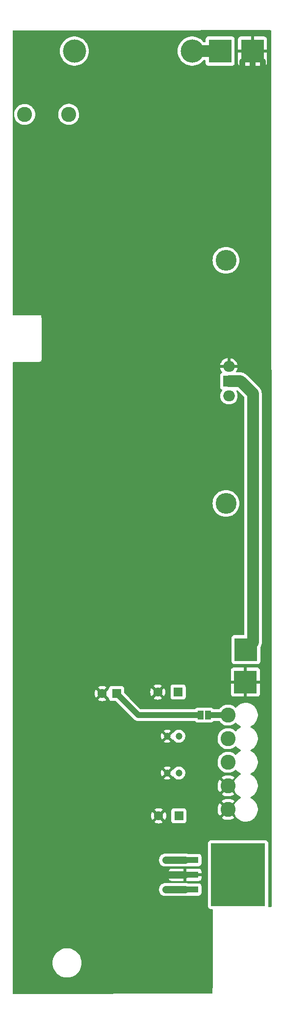
<source format=gbr>
%TF.GenerationSoftware,KiCad,Pcbnew,(6.0.10)*%
%TF.CreationDate,2023-05-04T16:05:14+10:00*%
%TF.ProjectId,LinearSaturn,4c696e65-6172-4536-9174-75726e2e6b69,rev?*%
%TF.SameCoordinates,Original*%
%TF.FileFunction,Copper,L1,Top*%
%TF.FilePolarity,Positive*%
%FSLAX46Y46*%
G04 Gerber Fmt 4.6, Leading zero omitted, Abs format (unit mm)*
G04 Created by KiCad (PCBNEW (6.0.10)) date 2023-05-04 16:05:14*
%MOMM*%
%LPD*%
G01*
G04 APERTURE LIST*
%TA.AperFunction,SMDPad,CuDef*%
%ADD10R,4.000000X4.000000*%
%TD*%
%TA.AperFunction,ComponentPad*%
%ADD11R,1.600000X1.600000*%
%TD*%
%TA.AperFunction,ComponentPad*%
%ADD12C,1.600000*%
%TD*%
%TA.AperFunction,ComponentPad*%
%ADD13C,3.600000*%
%TD*%
%TA.AperFunction,ComponentPad*%
%ADD14O,2.000000X1.905000*%
%TD*%
%TA.AperFunction,ComponentPad*%
%ADD15C,2.600000*%
%TD*%
%TA.AperFunction,ComponentPad*%
%ADD16R,2.000000X1.905000*%
%TD*%
%TA.AperFunction,ComponentPad*%
%ADD17C,1.200000*%
%TD*%
%TA.AperFunction,SMDPad,CuDef*%
%ADD18R,1.000000X1.500000*%
%TD*%
%TA.AperFunction,SMDPad,CuDef*%
%ADD19R,9.400000X10.800000*%
%TD*%
%TA.AperFunction,SMDPad,CuDef*%
%ADD20R,4.600000X1.100000*%
%TD*%
%TA.AperFunction,ComponentPad*%
%ADD21C,4.000000*%
%TD*%
%TA.AperFunction,ComponentPad*%
%ADD22O,4.000000X4.000000*%
%TD*%
%TA.AperFunction,ViaPad*%
%ADD23C,0.800000*%
%TD*%
%TA.AperFunction,Conductor*%
%ADD24C,1.000000*%
%TD*%
%TA.AperFunction,Conductor*%
%ADD25C,2.000000*%
%TD*%
%TA.AperFunction,Conductor*%
%ADD26C,1.250000*%
%TD*%
%TA.AperFunction,Conductor*%
%ADD27C,0.250000*%
%TD*%
G04 APERTURE END LIST*
D10*
%TO.P,NEG,GND*%
%TO.N,GND*%
X158750000Y-32512000D03*
%TD*%
D11*
%TO.P,25v 220uF,1*%
%TO.N,3.3v*%
X146050000Y-164338000D03*
D12*
%TO.P,25v 220uF,GND*%
%TO.N,GND*%
X142550000Y-164338000D03*
%TD*%
D13*
%TO.P,,*%
%TO.N,*%
X154178000Y-68580000D03*
%TD*%
D10*
%TO.P,POS,1*%
%TO.N,N/C*%
X153162000Y-32512000D03*
%TD*%
%TO.P,GND,GND*%
%TO.N,GND*%
X157550000Y-141290000D03*
%TD*%
D14*
%TO.P,,3*%
%TO.N,N/C*%
X154686000Y-91948000D03*
%TD*%
D13*
%TO.P,,*%
%TO.N,*%
X154178000Y-110490000D03*
%TD*%
D15*
%TO.P,,*%
%TO.N,*%
X154544000Y-146972000D03*
%TD*%
D16*
%TO.P,,1*%
%TO.N,5v*%
X154686000Y-89408000D03*
%TD*%
D17*
%TO.P,50v 0.1uF,*%
%TO.N,GND*%
X144050000Y-150622000D03*
%TO.P,50v 0.1uF,1*%
%TO.N,5v*%
X146050000Y-150622000D03*
%TD*%
D18*
%TO.P,REF\u002A\u002A,1*%
%TO.N,N/C*%
X149780000Y-146970000D03*
%TO.P,REF\u002A\u002A,2*%
X151080000Y-146970000D03*
%TD*%
D15*
%TO.P,,*%
%TO.N,GND*%
X154544000Y-159164000D03*
%TD*%
D12*
%TO.P,35v 100uF,*%
%TO.N,GND*%
X132810379Y-143256000D03*
D11*
%TO.P,35v 100uF,1*%
%TO.N,N/C*%
X135310379Y-143256000D03*
%TD*%
D15*
%TO.P,,*%
%TO.N,5v*%
X154544000Y-151036000D03*
%TD*%
D10*
%TO.P,+5v,+5v*%
%TO.N,5v*%
X157640000Y-135680000D03*
%TD*%
D19*
%TO.P,LM2940A 3.3v TO263-3,*%
%TO.N,*%
X156283000Y-174498000D03*
D20*
%TO.N,GND*%
X147133000Y-174498000D03*
%TO.P,LM2940A 3.3v TO263-3,1*%
%TO.N,N/C*%
X147133000Y-171958000D03*
%TO.P,LM2940A 3.3v TO263-3,3*%
%TO.N,3.3v*%
X147133000Y-177038000D03*
%TD*%
D15*
%TO.P,,*%
%TO.N,GND*%
X154544000Y-163228000D03*
%TD*%
D12*
%TO.P,25v 220uF,*%
%TO.N,GND*%
X142424651Y-143002000D03*
D11*
%TO.P,25v 220uF,5v*%
%TO.N,5v*%
X145924651Y-143002000D03*
%TD*%
D17*
%TO.P,50v 0.1uF,*%
%TO.N,GND*%
X144050000Y-156972000D03*
%TO.P,50v 0.1uF,1*%
%TO.N,3.3v*%
X146050000Y-156972000D03*
%TD*%
D15*
%TO.P,,*%
%TO.N,3.3v*%
X154544000Y-155100000D03*
%TD*%
%TO.P,,1*%
%TO.N,N/C*%
X119452000Y-43434000D03*
%TD*%
D14*
%TO.P,,GND*%
%TO.N,GND*%
X154686000Y-86868000D03*
%TD*%
D21*
%TO.P,1N5822,1*%
%TO.N,N/C*%
X128016000Y-32512000D03*
D22*
%TO.P,1N5822,2*%
X148336000Y-32512000D03*
%TD*%
D15*
%TO.P,,1*%
%TO.N,N/C*%
X127030000Y-43410000D03*
%TD*%
D23*
%TO.N,*%
X143764000Y-171958000D03*
%TO.N,GND*%
X158750000Y-41402000D03*
X160528000Y-43180000D03*
X140395000Y-175260000D03*
X156972000Y-43180000D03*
X154686000Y-96012000D03*
X160528000Y-41402000D03*
X156972000Y-36322000D03*
X151384000Y-96012000D03*
X158750000Y-43180000D03*
X141411000Y-175260000D03*
X139379000Y-175260000D03*
X140395000Y-173990000D03*
X142427000Y-175260000D03*
X143443000Y-173990000D03*
X142427000Y-173990000D03*
X160528000Y-36322000D03*
X156972000Y-39878000D03*
X149606000Y-82804000D03*
X158750000Y-36322000D03*
X160528000Y-38100000D03*
X141411000Y-173990000D03*
X139379000Y-173990000D03*
X156972000Y-38100000D03*
X153162000Y-96012000D03*
X156972000Y-41402000D03*
X154686000Y-82804000D03*
X153162000Y-82804000D03*
X160528000Y-39878000D03*
X143443000Y-175260000D03*
X158750000Y-38100000D03*
X149606000Y-96012000D03*
X158750000Y-39878000D03*
X151384000Y-82804000D03*
%TO.N,3.3v*%
X143764000Y-177038000D03*
%TD*%
D24*
%TO.N,*%
X139026379Y-146972000D02*
X149778000Y-146972000D01*
X151080000Y-146970000D02*
X154542000Y-146970000D01*
D25*
X153162000Y-32512000D02*
X148336000Y-32512000D01*
D24*
X139026379Y-146972000D02*
X135310379Y-143256000D01*
D26*
X143764000Y-171958000D02*
X147133000Y-171958000D01*
D27*
X154542000Y-146970000D02*
X154544000Y-146972000D01*
D24*
%TO.N,GND*%
X140395000Y-173990000D02*
X140395000Y-175260000D01*
X158750000Y-32512000D02*
X158750000Y-43180000D01*
X141411000Y-173990000D02*
X141411000Y-175260000D01*
D27*
X158750000Y-32512000D02*
X160528000Y-34290000D01*
D24*
X143323000Y-174685000D02*
X143443000Y-174565000D01*
X143443000Y-175260000D02*
X139379000Y-175260000D01*
X156972000Y-43180000D02*
X160528000Y-43180000D01*
X143443000Y-174565000D02*
X143443000Y-175260000D01*
X143951000Y-174498000D02*
X143443000Y-173990000D01*
X160528000Y-34290000D02*
X160528000Y-36322000D01*
X139379000Y-174685000D02*
X143323000Y-174685000D01*
X160528000Y-36322000D02*
X160528000Y-43180000D01*
X156972000Y-34290000D02*
X156972000Y-36322000D01*
X143443000Y-173990000D02*
X143443000Y-174565000D01*
X139379000Y-174685000D02*
X139379000Y-175260000D01*
X144205000Y-174498000D02*
X143443000Y-175260000D01*
X156972000Y-36322000D02*
X156972000Y-43180000D01*
X156972000Y-39878000D02*
X160528000Y-39878000D01*
X139379000Y-173990000D02*
X139379000Y-174685000D01*
D26*
X147066000Y-174498000D02*
X143951000Y-174498000D01*
D24*
X156972000Y-38100000D02*
X160528000Y-38100000D01*
X156972000Y-41402000D02*
X160528000Y-41402000D01*
D27*
X158750000Y-32512000D02*
X156972000Y-34290000D01*
D24*
X156972000Y-36322000D02*
X160528000Y-36322000D01*
X142427000Y-173990000D02*
X142427000Y-175260000D01*
X143443000Y-173990000D02*
X139379000Y-173990000D01*
D26*
%TO.N,3.3v*%
X143764000Y-177038000D02*
X147133000Y-177038000D01*
D25*
%TO.N,5v*%
X154686000Y-89408000D02*
X156698000Y-89408000D01*
X156698000Y-89408000D02*
X158850000Y-91560000D01*
X158850000Y-91560000D02*
X158850000Y-134470000D01*
X158850000Y-134470000D02*
X157640000Y-135680000D01*
%TD*%
%TA.AperFunction,Conductor*%
%TO.N,GND*%
G36*
X161043691Y-28909445D02*
G01*
X161063737Y-30112248D01*
X161003649Y-30067214D01*
X160988054Y-30058676D01*
X160867606Y-30013522D01*
X160852351Y-30009895D01*
X160801486Y-30004369D01*
X160794672Y-30004000D01*
X159022115Y-30004000D01*
X159006876Y-30008475D01*
X159005671Y-30009865D01*
X159004000Y-30017548D01*
X159004000Y-35001884D01*
X159008475Y-35017123D01*
X159009865Y-35018328D01*
X159017548Y-35019999D01*
X160794669Y-35019999D01*
X160801490Y-35019629D01*
X160852352Y-35014105D01*
X160867604Y-35010479D01*
X160988054Y-34965324D01*
X161003649Y-34956786D01*
X161105724Y-34880285D01*
X161118285Y-34867724D01*
X161142458Y-34835470D01*
X161290000Y-43688000D01*
X156464000Y-43688000D01*
X156464000Y-34932540D01*
X156496352Y-34956786D01*
X156511946Y-34965324D01*
X156632394Y-35010478D01*
X156647649Y-35014105D01*
X156698514Y-35019631D01*
X156705328Y-35020000D01*
X158477885Y-35020000D01*
X158493124Y-35015525D01*
X158494329Y-35014135D01*
X158496000Y-35006452D01*
X158496000Y-30022116D01*
X158491525Y-30006877D01*
X158490135Y-30005672D01*
X158482452Y-30004001D01*
X156705331Y-30004001D01*
X156698510Y-30004371D01*
X156647648Y-30009895D01*
X156632396Y-30013521D01*
X156511946Y-30058676D01*
X156496352Y-30067214D01*
X156464000Y-30091460D01*
X156464000Y-28910456D01*
X156477585Y-28908500D01*
X161034536Y-28908500D01*
X161043691Y-28909445D01*
G37*
%TD.AperFunction*%
%TD*%
%TA.AperFunction,Conductor*%
%TO.N,GND*%
G36*
X161932140Y-28930029D02*
G01*
X161978657Y-28983663D01*
X161990067Y-29035989D01*
X162051411Y-144937856D01*
X162051500Y-145106496D01*
X162051500Y-179935142D01*
X162031498Y-180003263D01*
X161977842Y-180049756D01*
X161926500Y-180061138D01*
X161618498Y-180063580D01*
X161550222Y-180044119D01*
X161503305Y-179990833D01*
X161491500Y-179937584D01*
X161491500Y-169049866D01*
X161484745Y-168987684D01*
X161433615Y-168851295D01*
X161346261Y-168734739D01*
X161229705Y-168647385D01*
X161093316Y-168596255D01*
X161031134Y-168589500D01*
X151534866Y-168589500D01*
X151472684Y-168596255D01*
X151336295Y-168647385D01*
X151219739Y-168734739D01*
X151132385Y-168851295D01*
X151081255Y-168987684D01*
X151074500Y-169049866D01*
X151074500Y-179946134D01*
X151081255Y-180008316D01*
X151132385Y-180144705D01*
X151219739Y-180261261D01*
X151336295Y-180348615D01*
X151472684Y-180399745D01*
X151534866Y-180406500D01*
X151765823Y-180406500D01*
X151833944Y-180426502D01*
X151880437Y-180480158D01*
X151891821Y-180533251D01*
X151891797Y-180537279D01*
X151891729Y-180538918D01*
X151891500Y-180540386D01*
X151891500Y-180585377D01*
X151891498Y-180586147D01*
X151891024Y-180663721D01*
X151891408Y-180665065D01*
X151891500Y-180666410D01*
X151891500Y-193264145D01*
X151891497Y-193264995D01*
X151880842Y-194845067D01*
X151860381Y-194913051D01*
X151806413Y-194959181D01*
X151755064Y-194970217D01*
X117474718Y-195029749D01*
X117406563Y-195009865D01*
X117359977Y-194956290D01*
X117348500Y-194903749D01*
X117348500Y-189706000D01*
X124232540Y-189706000D01*
X124252359Y-190021020D01*
X124311505Y-190331072D01*
X124409044Y-190631266D01*
X124410731Y-190634852D01*
X124410733Y-190634856D01*
X124541750Y-190913283D01*
X124541754Y-190913290D01*
X124543438Y-190916869D01*
X124712568Y-191183375D01*
X124913767Y-191426582D01*
X125143860Y-191642654D01*
X125399221Y-191828184D01*
X125675821Y-191980247D01*
X125679490Y-191981700D01*
X125679495Y-191981702D01*
X125965628Y-192094990D01*
X125969298Y-192096443D01*
X126275025Y-192174940D01*
X126588179Y-192214500D01*
X126903821Y-192214500D01*
X127216975Y-192174940D01*
X127522702Y-192096443D01*
X127526372Y-192094990D01*
X127812505Y-191981702D01*
X127812510Y-191981700D01*
X127816179Y-191980247D01*
X128092779Y-191828184D01*
X128348140Y-191642654D01*
X128578233Y-191426582D01*
X128779432Y-191183375D01*
X128948562Y-190916869D01*
X128950246Y-190913290D01*
X128950250Y-190913283D01*
X129081267Y-190634856D01*
X129081269Y-190634852D01*
X129082956Y-190631266D01*
X129180495Y-190331072D01*
X129239641Y-190021020D01*
X129259460Y-189706000D01*
X129239641Y-189390980D01*
X129180495Y-189080928D01*
X129082956Y-188780734D01*
X129076667Y-188767369D01*
X128950250Y-188498717D01*
X128950246Y-188498710D01*
X128948562Y-188495131D01*
X128779432Y-188228625D01*
X128578233Y-187985418D01*
X128348140Y-187769346D01*
X128092779Y-187583816D01*
X127816179Y-187431753D01*
X127812510Y-187430300D01*
X127812505Y-187430298D01*
X127526372Y-187317010D01*
X127526371Y-187317010D01*
X127522702Y-187315557D01*
X127216975Y-187237060D01*
X126903821Y-187197500D01*
X126588179Y-187197500D01*
X126275025Y-187237060D01*
X125969298Y-187315557D01*
X125965629Y-187317010D01*
X125965628Y-187317010D01*
X125679495Y-187430298D01*
X125679490Y-187430300D01*
X125675821Y-187431753D01*
X125399221Y-187583816D01*
X125143860Y-187769346D01*
X124913767Y-187985418D01*
X124712568Y-188228625D01*
X124543438Y-188495131D01*
X124541754Y-188498710D01*
X124541750Y-188498717D01*
X124415333Y-188767369D01*
X124409044Y-188780734D01*
X124311505Y-189080928D01*
X124252359Y-189390980D01*
X124234833Y-189669559D01*
X124232540Y-189706000D01*
X117348500Y-189706000D01*
X117348500Y-176982377D01*
X142626703Y-176982377D01*
X142636704Y-177198438D01*
X142687380Y-177408710D01*
X142776903Y-177605606D01*
X142902043Y-177782021D01*
X143058285Y-177931590D01*
X143063320Y-177934841D01*
X143234954Y-178045664D01*
X143234957Y-178045665D01*
X143239991Y-178048916D01*
X143440604Y-178129766D01*
X143446485Y-178130914D01*
X143446490Y-178130916D01*
X143648441Y-178170354D01*
X143648444Y-178170354D01*
X143652887Y-178171222D01*
X143658571Y-178171500D01*
X147187041Y-178171500D01*
X147348315Y-178156113D01*
X147534149Y-178101595D01*
X147569620Y-178096500D01*
X149481134Y-178096500D01*
X149543316Y-178089745D01*
X149679705Y-178038615D01*
X149796261Y-177951261D01*
X149883615Y-177834705D01*
X149934745Y-177698316D01*
X149941500Y-177636134D01*
X149941500Y-176439866D01*
X149934745Y-176377684D01*
X149883615Y-176241295D01*
X149796261Y-176124739D01*
X149679705Y-176037385D01*
X149543316Y-175986255D01*
X149481134Y-175979500D01*
X147563374Y-175979500D01*
X147516275Y-175970366D01*
X147461960Y-175948476D01*
X147461957Y-175948475D01*
X147456396Y-175946234D01*
X147450515Y-175945086D01*
X147450510Y-175945084D01*
X147248559Y-175905646D01*
X147248556Y-175905646D01*
X147244113Y-175904778D01*
X147238429Y-175904500D01*
X143709959Y-175904500D01*
X143548685Y-175919887D01*
X143341140Y-175980774D01*
X143335813Y-175983518D01*
X143335812Y-175983518D01*
X143154183Y-176077063D01*
X143154180Y-176077065D01*
X143148852Y-176079809D01*
X143144137Y-176083513D01*
X142983478Y-176209711D01*
X142983473Y-176209715D01*
X142978761Y-176213417D01*
X142974830Y-176217947D01*
X142974829Y-176217948D01*
X142840933Y-176372248D01*
X142840929Y-176372253D01*
X142837002Y-176376779D01*
X142728693Y-176563999D01*
X142657740Y-176768323D01*
X142626703Y-176982377D01*
X117348500Y-176982377D01*
X117348500Y-175092669D01*
X144325001Y-175092669D01*
X144325371Y-175099490D01*
X144330895Y-175150352D01*
X144334521Y-175165604D01*
X144379676Y-175286054D01*
X144388214Y-175301649D01*
X144464715Y-175403724D01*
X144477276Y-175416285D01*
X144579351Y-175492786D01*
X144594946Y-175501324D01*
X144715394Y-175546478D01*
X144730649Y-175550105D01*
X144781514Y-175555631D01*
X144788328Y-175556000D01*
X146860885Y-175556000D01*
X146876124Y-175551525D01*
X146877329Y-175550135D01*
X146879000Y-175542452D01*
X146879000Y-175537884D01*
X147387000Y-175537884D01*
X147391475Y-175553123D01*
X147392865Y-175554328D01*
X147400548Y-175555999D01*
X149477669Y-175555999D01*
X149484490Y-175555629D01*
X149535352Y-175550105D01*
X149550604Y-175546479D01*
X149671054Y-175501324D01*
X149686649Y-175492786D01*
X149788724Y-175416285D01*
X149801285Y-175403724D01*
X149877786Y-175301649D01*
X149886324Y-175286054D01*
X149931478Y-175165606D01*
X149935105Y-175150351D01*
X149940631Y-175099486D01*
X149941000Y-175092672D01*
X149941000Y-174770115D01*
X149936525Y-174754876D01*
X149935135Y-174753671D01*
X149927452Y-174752000D01*
X147405115Y-174752000D01*
X147389876Y-174756475D01*
X147388671Y-174757865D01*
X147387000Y-174765548D01*
X147387000Y-175537884D01*
X146879000Y-175537884D01*
X146879000Y-174770115D01*
X146874525Y-174754876D01*
X146873135Y-174753671D01*
X146865452Y-174752000D01*
X144343116Y-174752000D01*
X144327877Y-174756475D01*
X144326672Y-174757865D01*
X144325001Y-174765548D01*
X144325001Y-175092669D01*
X117348500Y-175092669D01*
X117348500Y-174225885D01*
X144325000Y-174225885D01*
X144329475Y-174241124D01*
X144330865Y-174242329D01*
X144338548Y-174244000D01*
X146860885Y-174244000D01*
X146876124Y-174239525D01*
X146877329Y-174238135D01*
X146879000Y-174230452D01*
X146879000Y-174225885D01*
X147387000Y-174225885D01*
X147391475Y-174241124D01*
X147392865Y-174242329D01*
X147400548Y-174244000D01*
X149922884Y-174244000D01*
X149938123Y-174239525D01*
X149939328Y-174238135D01*
X149940999Y-174230452D01*
X149940999Y-173903331D01*
X149940629Y-173896510D01*
X149935105Y-173845648D01*
X149931479Y-173830396D01*
X149886324Y-173709946D01*
X149877786Y-173694351D01*
X149801285Y-173592276D01*
X149788724Y-173579715D01*
X149686649Y-173503214D01*
X149671054Y-173494676D01*
X149550606Y-173449522D01*
X149535351Y-173445895D01*
X149484486Y-173440369D01*
X149477672Y-173440000D01*
X147405115Y-173440000D01*
X147389876Y-173444475D01*
X147388671Y-173445865D01*
X147387000Y-173453548D01*
X147387000Y-174225885D01*
X146879000Y-174225885D01*
X146879000Y-173458116D01*
X146874525Y-173442877D01*
X146873135Y-173441672D01*
X146865452Y-173440001D01*
X144788331Y-173440001D01*
X144781510Y-173440371D01*
X144730648Y-173445895D01*
X144715396Y-173449521D01*
X144594946Y-173494676D01*
X144579351Y-173503214D01*
X144477276Y-173579715D01*
X144464715Y-173592276D01*
X144388214Y-173694351D01*
X144379676Y-173709946D01*
X144334522Y-173830394D01*
X144330895Y-173845649D01*
X144325369Y-173896514D01*
X144325000Y-173903328D01*
X144325000Y-174225885D01*
X117348500Y-174225885D01*
X117348500Y-171902377D01*
X142626703Y-171902377D01*
X142636704Y-172118438D01*
X142687380Y-172328710D01*
X142776903Y-172525606D01*
X142902043Y-172702021D01*
X143058285Y-172851590D01*
X143063320Y-172854841D01*
X143234954Y-172965664D01*
X143234957Y-172965665D01*
X143239991Y-172968916D01*
X143440604Y-173049766D01*
X143446485Y-173050914D01*
X143446490Y-173050916D01*
X143648441Y-173090354D01*
X143648444Y-173090354D01*
X143652887Y-173091222D01*
X143658571Y-173091500D01*
X147187041Y-173091500D01*
X147348315Y-173076113D01*
X147534149Y-173021595D01*
X147569620Y-173016500D01*
X149481134Y-173016500D01*
X149543316Y-173009745D01*
X149679705Y-172958615D01*
X149796261Y-172871261D01*
X149883615Y-172754705D01*
X149934745Y-172618316D01*
X149941500Y-172556134D01*
X149941500Y-171359866D01*
X149934745Y-171297684D01*
X149883615Y-171161295D01*
X149796261Y-171044739D01*
X149679705Y-170957385D01*
X149543316Y-170906255D01*
X149481134Y-170899500D01*
X147563374Y-170899500D01*
X147516275Y-170890366D01*
X147461960Y-170868476D01*
X147461957Y-170868475D01*
X147456396Y-170866234D01*
X147450515Y-170865086D01*
X147450510Y-170865084D01*
X147248559Y-170825646D01*
X147248556Y-170825646D01*
X147244113Y-170824778D01*
X147238429Y-170824500D01*
X143709959Y-170824500D01*
X143548685Y-170839887D01*
X143341140Y-170900774D01*
X143335813Y-170903518D01*
X143335812Y-170903518D01*
X143154183Y-170997063D01*
X143154180Y-170997065D01*
X143148852Y-170999809D01*
X143144137Y-171003513D01*
X142983478Y-171129711D01*
X142983473Y-171129715D01*
X142978761Y-171133417D01*
X142974830Y-171137947D01*
X142974829Y-171137948D01*
X142840933Y-171292248D01*
X142840929Y-171292253D01*
X142837002Y-171296779D01*
X142728693Y-171483999D01*
X142657740Y-171688323D01*
X142626703Y-171902377D01*
X117348500Y-171902377D01*
X117348500Y-165424062D01*
X141828493Y-165424062D01*
X141837789Y-165436077D01*
X141888994Y-165471931D01*
X141898489Y-165477414D01*
X142095947Y-165569490D01*
X142106239Y-165573236D01*
X142316688Y-165629625D01*
X142327481Y-165631528D01*
X142544525Y-165650517D01*
X142555475Y-165650517D01*
X142772519Y-165631528D01*
X142783312Y-165629625D01*
X142993761Y-165573236D01*
X143004053Y-165569490D01*
X143201511Y-165477414D01*
X143211006Y-165471931D01*
X143263048Y-165435491D01*
X143271424Y-165425012D01*
X143264356Y-165411566D01*
X143038924Y-165186134D01*
X144741500Y-165186134D01*
X144748255Y-165248316D01*
X144799385Y-165384705D01*
X144886739Y-165501261D01*
X145003295Y-165588615D01*
X145139684Y-165639745D01*
X145201866Y-165646500D01*
X146898134Y-165646500D01*
X146960316Y-165639745D01*
X147096705Y-165588615D01*
X147213261Y-165501261D01*
X147300615Y-165384705D01*
X147351745Y-165248316D01*
X147358500Y-165186134D01*
X147358500Y-164672906D01*
X153463839Y-164672906D01*
X153472553Y-164684427D01*
X153579452Y-164762809D01*
X153587351Y-164767745D01*
X153816905Y-164888519D01*
X153825454Y-164892236D01*
X154070327Y-164977749D01*
X154079336Y-164980163D01*
X154334166Y-165028544D01*
X154343423Y-165029598D01*
X154602607Y-165039783D01*
X154611921Y-165039457D01*
X154869753Y-165011220D01*
X154878930Y-165009519D01*
X155129758Y-164943481D01*
X155138574Y-164940445D01*
X155376880Y-164838062D01*
X155385167Y-164833748D01*
X155605718Y-164697266D01*
X155613268Y-164691780D01*
X155618559Y-164687301D01*
X155626997Y-164674497D01*
X155620935Y-164664145D01*
X154556812Y-163600022D01*
X154542868Y-163592408D01*
X154541035Y-163592539D01*
X154534420Y-163596790D01*
X153470497Y-164660713D01*
X153463839Y-164672906D01*
X147358500Y-164672906D01*
X147358500Y-163489866D01*
X147351745Y-163427684D01*
X147300615Y-163291295D01*
X147221109Y-163185211D01*
X152731775Y-163185211D01*
X152744220Y-163444288D01*
X152745356Y-163453543D01*
X152795961Y-163707945D01*
X152798449Y-163716917D01*
X152886095Y-163961033D01*
X152889895Y-163969568D01*
X153012658Y-164198042D01*
X153017666Y-164205904D01*
X153087720Y-164299716D01*
X153098979Y-164308165D01*
X153111397Y-164301393D01*
X154171978Y-163240812D01*
X154179592Y-163226868D01*
X154179461Y-163225035D01*
X154175210Y-163218420D01*
X153109816Y-162153026D01*
X153096507Y-162145758D01*
X153086472Y-162152878D01*
X153070937Y-162171556D01*
X153065531Y-162179135D01*
X152930965Y-162400891D01*
X152926736Y-162409192D01*
X152826432Y-162648389D01*
X152823471Y-162657239D01*
X152759628Y-162908625D01*
X152758006Y-162917822D01*
X152732020Y-163175885D01*
X152731775Y-163185211D01*
X147221109Y-163185211D01*
X147213261Y-163174739D01*
X147096705Y-163087385D01*
X146960316Y-163036255D01*
X146898134Y-163029500D01*
X145201866Y-163029500D01*
X145139684Y-163036255D01*
X145003295Y-163087385D01*
X144886739Y-163174739D01*
X144799385Y-163291295D01*
X144748255Y-163427684D01*
X144741500Y-163489866D01*
X144741500Y-165186134D01*
X143038924Y-165186134D01*
X142562812Y-164710022D01*
X142548868Y-164702408D01*
X142547035Y-164702539D01*
X142540420Y-164706790D01*
X141834923Y-165412287D01*
X141828493Y-165424062D01*
X117348500Y-165424062D01*
X117348500Y-164343475D01*
X141237483Y-164343475D01*
X141256472Y-164560519D01*
X141258375Y-164571312D01*
X141314764Y-164781761D01*
X141318510Y-164792053D01*
X141410586Y-164989511D01*
X141416069Y-164999006D01*
X141452509Y-165051048D01*
X141462988Y-165059424D01*
X141476434Y-165052356D01*
X142177978Y-164350812D01*
X142184356Y-164339132D01*
X142914408Y-164339132D01*
X142914539Y-164340965D01*
X142918790Y-164347580D01*
X143624287Y-165053077D01*
X143636062Y-165059507D01*
X143648077Y-165050211D01*
X143683931Y-164999006D01*
X143689414Y-164989511D01*
X143781490Y-164792053D01*
X143785236Y-164781761D01*
X143841625Y-164571312D01*
X143843528Y-164560519D01*
X143862517Y-164343475D01*
X143862517Y-164332525D01*
X143843528Y-164115481D01*
X143841625Y-164104688D01*
X143785236Y-163894239D01*
X143781490Y-163883947D01*
X143689414Y-163686489D01*
X143683931Y-163676994D01*
X143647491Y-163624952D01*
X143637012Y-163616576D01*
X143623566Y-163623644D01*
X142922022Y-164325188D01*
X142914408Y-164339132D01*
X142184356Y-164339132D01*
X142185592Y-164336868D01*
X142185461Y-164335035D01*
X142181210Y-164328420D01*
X141475713Y-163622923D01*
X141463938Y-163616493D01*
X141451923Y-163625789D01*
X141416069Y-163676994D01*
X141410586Y-163686489D01*
X141318510Y-163883947D01*
X141314764Y-163894239D01*
X141258375Y-164104688D01*
X141256472Y-164115481D01*
X141237483Y-164332525D01*
X141237483Y-164343475D01*
X117348500Y-164343475D01*
X117348500Y-163250988D01*
X141828576Y-163250988D01*
X141835644Y-163264434D01*
X142537188Y-163965978D01*
X142551132Y-163973592D01*
X142552965Y-163973461D01*
X142559580Y-163969210D01*
X143265077Y-163263713D01*
X143271507Y-163251938D01*
X143262211Y-163239923D01*
X143211006Y-163204069D01*
X143201511Y-163198586D01*
X143004053Y-163106510D01*
X142993761Y-163102764D01*
X142783312Y-163046375D01*
X142772519Y-163044472D01*
X142555475Y-163025483D01*
X142544525Y-163025483D01*
X142327481Y-163044472D01*
X142316688Y-163046375D01*
X142106239Y-163102764D01*
X142095947Y-163106510D01*
X141898489Y-163198586D01*
X141888994Y-163204069D01*
X141836952Y-163240509D01*
X141828576Y-163250988D01*
X117348500Y-163250988D01*
X117348500Y-161780689D01*
X153461102Y-161780689D01*
X153465675Y-161790465D01*
X154531188Y-162855978D01*
X154545132Y-162863592D01*
X154546965Y-162863461D01*
X154553580Y-162859210D01*
X155618349Y-161794441D01*
X155624733Y-161782751D01*
X155615321Y-161770641D01*
X155468045Y-161668471D01*
X155460010Y-161663738D01*
X155227376Y-161549016D01*
X155218743Y-161545528D01*
X154971703Y-161466450D01*
X154962643Y-161464274D01*
X154706630Y-161422580D01*
X154697343Y-161421768D01*
X154437992Y-161418373D01*
X154428681Y-161418943D01*
X154171682Y-161453919D01*
X154162546Y-161455860D01*
X153913543Y-161528439D01*
X153904800Y-161531707D01*
X153669252Y-161640296D01*
X153661097Y-161644816D01*
X153470240Y-161769947D01*
X153461102Y-161780689D01*
X117348500Y-161780689D01*
X117348500Y-160608906D01*
X153463839Y-160608906D01*
X153472553Y-160620427D01*
X153579452Y-160698809D01*
X153587351Y-160703745D01*
X153816905Y-160824519D01*
X153825454Y-160828236D01*
X154070327Y-160913749D01*
X154079336Y-160916163D01*
X154334166Y-160964544D01*
X154343423Y-160965598D01*
X154602607Y-160975783D01*
X154611921Y-160975457D01*
X154869753Y-160947220D01*
X154878930Y-160945519D01*
X155129758Y-160879481D01*
X155138574Y-160876445D01*
X155376880Y-160774062D01*
X155385167Y-160769748D01*
X155605718Y-160633266D01*
X155613268Y-160627780D01*
X155618559Y-160623301D01*
X155626997Y-160610497D01*
X155620935Y-160600145D01*
X154556812Y-159536022D01*
X154542868Y-159528408D01*
X154541035Y-159528539D01*
X154534420Y-159532790D01*
X153470497Y-160596713D01*
X153463839Y-160608906D01*
X117348500Y-160608906D01*
X117348500Y-159121211D01*
X152731775Y-159121211D01*
X152744220Y-159380288D01*
X152745356Y-159389543D01*
X152795961Y-159643945D01*
X152798449Y-159652917D01*
X152886095Y-159897033D01*
X152889895Y-159905568D01*
X153012658Y-160134042D01*
X153017666Y-160141904D01*
X153087720Y-160235716D01*
X153098979Y-160244165D01*
X153111397Y-160237393D01*
X154171978Y-159176812D01*
X154179592Y-159162868D01*
X154179461Y-159161035D01*
X154175210Y-159154420D01*
X153109816Y-158089026D01*
X153096507Y-158081758D01*
X153086472Y-158088878D01*
X153070937Y-158107556D01*
X153065531Y-158115135D01*
X152930965Y-158336891D01*
X152926736Y-158345192D01*
X152826432Y-158584389D01*
X152823471Y-158593239D01*
X152759628Y-158844625D01*
X152758006Y-158853822D01*
X152732020Y-159111885D01*
X152731775Y-159121211D01*
X117348500Y-159121211D01*
X117348500Y-157913294D01*
X143473066Y-157913294D01*
X143482948Y-157925783D01*
X143514239Y-157946691D01*
X143524349Y-157952181D01*
X143700835Y-158028005D01*
X143711778Y-158031560D01*
X143899120Y-158073952D01*
X143910530Y-158075454D01*
X144102469Y-158082995D01*
X144113951Y-158082393D01*
X144304045Y-158054832D01*
X144315240Y-158052144D01*
X144497131Y-157990400D01*
X144507628Y-157985726D01*
X144618032Y-157923898D01*
X144627895Y-157913821D01*
X144624940Y-157906151D01*
X144062811Y-157344021D01*
X144048868Y-157336408D01*
X144047034Y-157336539D01*
X144040420Y-157340790D01*
X143479259Y-157901952D01*
X143473066Y-157913294D01*
X117348500Y-157913294D01*
X117348500Y-156948638D01*
X142938012Y-156948638D01*
X142950575Y-157140304D01*
X142952376Y-157151674D01*
X142999657Y-157337843D01*
X143003498Y-157348690D01*
X143083916Y-157523130D01*
X143089664Y-157533086D01*
X143095788Y-157541751D01*
X143106377Y-157550140D01*
X143119676Y-157543113D01*
X143677979Y-156984811D01*
X143684356Y-156973132D01*
X144414408Y-156973132D01*
X144414539Y-156974966D01*
X144418790Y-156981580D01*
X144980239Y-157543028D01*
X144994176Y-157550639D01*
X145025419Y-157548404D01*
X145094793Y-157563495D01*
X145137305Y-157601363D01*
X145203479Y-157694997D01*
X145349410Y-157837157D01*
X145354206Y-157840362D01*
X145354209Y-157840364D01*
X145479227Y-157923898D01*
X145518803Y-157950342D01*
X145524106Y-157952620D01*
X145524109Y-157952622D01*
X145700680Y-158028483D01*
X145705987Y-158030763D01*
X145778817Y-158047243D01*
X145899055Y-158074450D01*
X145899060Y-158074451D01*
X145904692Y-158075725D01*
X145910463Y-158075952D01*
X145910465Y-158075952D01*
X145973470Y-158078427D01*
X146108263Y-158083723D01*
X146309883Y-158054490D01*
X146315347Y-158052635D01*
X146315352Y-158052634D01*
X146497327Y-157990862D01*
X146497332Y-157990860D01*
X146502799Y-157989004D01*
X146508653Y-157985726D01*
X146619054Y-157923898D01*
X146680551Y-157889458D01*
X146837186Y-157759186D01*
X146872530Y-157716689D01*
X153461102Y-157716689D01*
X153465675Y-157726465D01*
X154531188Y-158791978D01*
X154545132Y-158799592D01*
X154546965Y-158799461D01*
X154553580Y-158795210D01*
X155618349Y-157730441D01*
X155624733Y-157718751D01*
X155615321Y-157706641D01*
X155468045Y-157604471D01*
X155460010Y-157599738D01*
X155227376Y-157485016D01*
X155218743Y-157481528D01*
X154971703Y-157402450D01*
X154962643Y-157400274D01*
X154706630Y-157358580D01*
X154697343Y-157357768D01*
X154437992Y-157354373D01*
X154428681Y-157354943D01*
X154171682Y-157389919D01*
X154162546Y-157391860D01*
X153913543Y-157464439D01*
X153904800Y-157467707D01*
X153669252Y-157576296D01*
X153661097Y-157580816D01*
X153470240Y-157705947D01*
X153461102Y-157716689D01*
X146872530Y-157716689D01*
X146967458Y-157602551D01*
X147067004Y-157424799D01*
X147068860Y-157419332D01*
X147068862Y-157419327D01*
X147130634Y-157237352D01*
X147130635Y-157237347D01*
X147132490Y-157231883D01*
X147161723Y-157030263D01*
X147163249Y-156972000D01*
X147144608Y-156769126D01*
X147089307Y-156573047D01*
X147084941Y-156564192D01*
X147001756Y-156395510D01*
X146999201Y-156390329D01*
X146980796Y-156365681D01*
X146880758Y-156231715D01*
X146880758Y-156231714D01*
X146877305Y-156227091D01*
X146727703Y-156088800D01*
X146621947Y-156022073D01*
X146560288Y-155983169D01*
X146560283Y-155983167D01*
X146555404Y-155980088D01*
X146366180Y-155904595D01*
X146191663Y-155869881D01*
X146172032Y-155865976D01*
X146172031Y-155865976D01*
X146166366Y-155864849D01*
X146160592Y-155864773D01*
X146160588Y-155864773D01*
X146057452Y-155863424D01*
X145962655Y-155862183D01*
X145956958Y-155863162D01*
X145956957Y-155863162D01*
X145937671Y-155866476D01*
X145761870Y-155896684D01*
X145570734Y-155967198D01*
X145565773Y-155970150D01*
X145565772Y-155970150D01*
X145449939Y-156039064D01*
X145395649Y-156071363D01*
X145242478Y-156205690D01*
X145238906Y-156210221D01*
X145132274Y-156345482D01*
X145074392Y-156386595D01*
X145024174Y-156393143D01*
X144996457Y-156391125D01*
X144982449Y-156398762D01*
X144422021Y-156959189D01*
X144414408Y-156973132D01*
X143684356Y-156973132D01*
X143685592Y-156970868D01*
X143685461Y-156969034D01*
X143681210Y-156962420D01*
X143118538Y-156399749D01*
X143106163Y-156392992D01*
X143100197Y-156397458D01*
X143024645Y-156541058D01*
X143020242Y-156551691D01*
X142963281Y-156735132D01*
X142960891Y-156746376D01*
X142938313Y-156937137D01*
X142938012Y-156948638D01*
X117348500Y-156948638D01*
X117348500Y-156030675D01*
X143472788Y-156030675D01*
X143476275Y-156039064D01*
X144037189Y-156599979D01*
X144051132Y-156607592D01*
X144052966Y-156607461D01*
X144059580Y-156603210D01*
X144620285Y-156042504D01*
X144627042Y-156030129D01*
X144621012Y-156022073D01*
X144560061Y-155983616D01*
X144549813Y-155978395D01*
X144371401Y-155907216D01*
X144360373Y-155903949D01*
X144171982Y-155866476D01*
X144160535Y-155865273D01*
X143968477Y-155862759D01*
X143956997Y-155863662D01*
X143767697Y-155896190D01*
X143756577Y-155899170D01*
X143576365Y-155965653D01*
X143565991Y-155970601D01*
X143482385Y-156020342D01*
X143472788Y-156030675D01*
X117348500Y-156030675D01*
X117348500Y-151563294D01*
X143473066Y-151563294D01*
X143482948Y-151575783D01*
X143514239Y-151596691D01*
X143524349Y-151602181D01*
X143700835Y-151678005D01*
X143711778Y-151681560D01*
X143899120Y-151723952D01*
X143910530Y-151725454D01*
X144102469Y-151732995D01*
X144113951Y-151732393D01*
X144304045Y-151704832D01*
X144315240Y-151702144D01*
X144497131Y-151640400D01*
X144507628Y-151635726D01*
X144618032Y-151573898D01*
X144627895Y-151563821D01*
X144624940Y-151556151D01*
X144062811Y-150994021D01*
X144048868Y-150986408D01*
X144047034Y-150986539D01*
X144040420Y-150990790D01*
X143479259Y-151551952D01*
X143473066Y-151563294D01*
X117348500Y-151563294D01*
X117348500Y-150598638D01*
X142938012Y-150598638D01*
X142950575Y-150790304D01*
X142952376Y-150801674D01*
X142999657Y-150987843D01*
X143003498Y-150998690D01*
X143083916Y-151173130D01*
X143089664Y-151183086D01*
X143095788Y-151191751D01*
X143106377Y-151200140D01*
X143119676Y-151193113D01*
X143677979Y-150634811D01*
X143684356Y-150623132D01*
X144414408Y-150623132D01*
X144414539Y-150624966D01*
X144418790Y-150631580D01*
X144980239Y-151193028D01*
X144994176Y-151200639D01*
X145025419Y-151198404D01*
X145094793Y-151213495D01*
X145137305Y-151251363D01*
X145203479Y-151344997D01*
X145207613Y-151349024D01*
X145332988Y-151471159D01*
X145349410Y-151487157D01*
X145354206Y-151490362D01*
X145354209Y-151490364D01*
X145479227Y-151573898D01*
X145518803Y-151600342D01*
X145524106Y-151602620D01*
X145524109Y-151602622D01*
X145700680Y-151678483D01*
X145705987Y-151680763D01*
X145778817Y-151697243D01*
X145899055Y-151724450D01*
X145899060Y-151724451D01*
X145904692Y-151725725D01*
X145910463Y-151725952D01*
X145910465Y-151725952D01*
X145973470Y-151728427D01*
X146108263Y-151733723D01*
X146309883Y-151704490D01*
X146315347Y-151702635D01*
X146315352Y-151702634D01*
X146497327Y-151640862D01*
X146497332Y-151640860D01*
X146502799Y-151639004D01*
X146508653Y-151635726D01*
X146619054Y-151573898D01*
X146680551Y-151539458D01*
X146837186Y-151409186D01*
X146967458Y-151252551D01*
X147067004Y-151074799D01*
X147068860Y-151069332D01*
X147068862Y-151069327D01*
X147130634Y-150887352D01*
X147130635Y-150887347D01*
X147132490Y-150881883D01*
X147161723Y-150680263D01*
X147163249Y-150622000D01*
X147148414Y-150460545D01*
X147145137Y-150424880D01*
X147145136Y-150424877D01*
X147144608Y-150419126D01*
X147089307Y-150223047D01*
X147086313Y-150216974D01*
X147001756Y-150045510D01*
X146999201Y-150040329D01*
X146980796Y-150015681D01*
X146880758Y-149881715D01*
X146880758Y-149881714D01*
X146877305Y-149877091D01*
X146787646Y-149794211D01*
X146731943Y-149742719D01*
X146731940Y-149742717D01*
X146727703Y-149738800D01*
X146621947Y-149672073D01*
X146560288Y-149633169D01*
X146560283Y-149633167D01*
X146555404Y-149630088D01*
X146366180Y-149554595D01*
X146191663Y-149519881D01*
X146172032Y-149515976D01*
X146172031Y-149515976D01*
X146166366Y-149514849D01*
X146160592Y-149514773D01*
X146160588Y-149514773D01*
X146057452Y-149513424D01*
X145962655Y-149512183D01*
X145956958Y-149513162D01*
X145956957Y-149513162D01*
X145937671Y-149516476D01*
X145761870Y-149546684D01*
X145570734Y-149617198D01*
X145565773Y-149620150D01*
X145565772Y-149620150D01*
X145410703Y-149712407D01*
X145395649Y-149721363D01*
X145242478Y-149855690D01*
X145238906Y-149860221D01*
X145132274Y-149995482D01*
X145074392Y-150036595D01*
X145024174Y-150043143D01*
X144996457Y-150041125D01*
X144982449Y-150048762D01*
X144422021Y-150609189D01*
X144414408Y-150623132D01*
X143684356Y-150623132D01*
X143685592Y-150620868D01*
X143685461Y-150619034D01*
X143681210Y-150612420D01*
X143118538Y-150049749D01*
X143106163Y-150042992D01*
X143100197Y-150047458D01*
X143024645Y-150191058D01*
X143020242Y-150201691D01*
X142963281Y-150385132D01*
X142960891Y-150396376D01*
X142938313Y-150587137D01*
X142938012Y-150598638D01*
X117348500Y-150598638D01*
X117348500Y-149680675D01*
X143472788Y-149680675D01*
X143476275Y-149689064D01*
X144037189Y-150249979D01*
X144051132Y-150257592D01*
X144052966Y-150257461D01*
X144059580Y-150253210D01*
X144620285Y-149692504D01*
X144627042Y-149680129D01*
X144621012Y-149672073D01*
X144560061Y-149633616D01*
X144549813Y-149628395D01*
X144371401Y-149557216D01*
X144360373Y-149553949D01*
X144171982Y-149516476D01*
X144160535Y-149515273D01*
X143968477Y-149512759D01*
X143956997Y-149513662D01*
X143767697Y-149546190D01*
X143756577Y-149549170D01*
X143576365Y-149615653D01*
X143565991Y-149620601D01*
X143482385Y-149670342D01*
X143472788Y-149680675D01*
X117348500Y-149680675D01*
X117348500Y-144342062D01*
X132088872Y-144342062D01*
X132098168Y-144354077D01*
X132149373Y-144389931D01*
X132158868Y-144395414D01*
X132356326Y-144487490D01*
X132366618Y-144491236D01*
X132577067Y-144547625D01*
X132587860Y-144549528D01*
X132804904Y-144568517D01*
X132815854Y-144568517D01*
X133032898Y-144549528D01*
X133043691Y-144547625D01*
X133254140Y-144491236D01*
X133264432Y-144487490D01*
X133461890Y-144395414D01*
X133471385Y-144389931D01*
X133523427Y-144353491D01*
X133531803Y-144343012D01*
X133524735Y-144329566D01*
X132823191Y-143628022D01*
X132809247Y-143620408D01*
X132807414Y-143620539D01*
X132800799Y-143624790D01*
X132095302Y-144330287D01*
X132088872Y-144342062D01*
X117348500Y-144342062D01*
X117348500Y-143261475D01*
X131497862Y-143261475D01*
X131516851Y-143478519D01*
X131518754Y-143489312D01*
X131575143Y-143699761D01*
X131578889Y-143710053D01*
X131670965Y-143907511D01*
X131676448Y-143917006D01*
X131712888Y-143969048D01*
X131723367Y-143977424D01*
X131736813Y-143970356D01*
X132438357Y-143268812D01*
X132444735Y-143257132D01*
X133174787Y-143257132D01*
X133174918Y-143258965D01*
X133179169Y-143265580D01*
X133884666Y-143971077D01*
X133926408Y-143993871D01*
X133936408Y-143996047D01*
X133986606Y-144046253D01*
X134001830Y-144099814D01*
X134001879Y-144100719D01*
X134001879Y-144104134D01*
X134008634Y-144166316D01*
X134059764Y-144302705D01*
X134147118Y-144419261D01*
X134263674Y-144506615D01*
X134400063Y-144557745D01*
X134462245Y-144564500D01*
X135140454Y-144564500D01*
X135208575Y-144584502D01*
X135229549Y-144601405D01*
X138269524Y-147641379D01*
X138278626Y-147651522D01*
X138302347Y-147681025D01*
X138307075Y-147684992D01*
X138340800Y-147713291D01*
X138344449Y-147716473D01*
X138346262Y-147718117D01*
X138348454Y-147720309D01*
X138381655Y-147747580D01*
X138382543Y-147748318D01*
X138417816Y-147777915D01*
X138449132Y-147804193D01*
X138449135Y-147804195D01*
X138453853Y-147808154D01*
X138458526Y-147810723D01*
X138462641Y-147814103D01*
X138468070Y-147817014D01*
X138468073Y-147817016D01*
X138544559Y-147858028D01*
X138545717Y-147858657D01*
X138621767Y-147900465D01*
X138627166Y-147903433D01*
X138632244Y-147905044D01*
X138636942Y-147907563D01*
X138725877Y-147934753D01*
X138727081Y-147935128D01*
X138815685Y-147963235D01*
X138820976Y-147963828D01*
X138826077Y-147965388D01*
X138918690Y-147974795D01*
X138919810Y-147974915D01*
X138969606Y-147980500D01*
X138973135Y-147980500D01*
X138974118Y-147980555D01*
X138979805Y-147981003D01*
X139000062Y-147983060D01*
X139016715Y-147984752D01*
X139016718Y-147984752D01*
X139022842Y-147985374D01*
X139068491Y-147981059D01*
X139080348Y-147980500D01*
X148776697Y-147980500D01*
X148844818Y-148000502D01*
X148877523Y-148030935D01*
X148916739Y-148083261D01*
X149033295Y-148170615D01*
X149169684Y-148221745D01*
X149231866Y-148228500D01*
X150328134Y-148228500D01*
X150390316Y-148221745D01*
X150397715Y-148218971D01*
X150400854Y-148218225D01*
X150459146Y-148218225D01*
X150462285Y-148218971D01*
X150469684Y-148221745D01*
X150531866Y-148228500D01*
X151628134Y-148228500D01*
X151690316Y-148221745D01*
X151826705Y-148170615D01*
X151943261Y-148083261D01*
X151983976Y-148028935D01*
X152040835Y-147986420D01*
X152084802Y-147978500D01*
X152975232Y-147978500D01*
X153043353Y-147998502D01*
X153076190Y-148029111D01*
X153175281Y-148161810D01*
X153178590Y-148165090D01*
X153178595Y-148165096D01*
X153307597Y-148292976D01*
X153366180Y-148351050D01*
X153369942Y-148353808D01*
X153369945Y-148353811D01*
X153462481Y-148421661D01*
X153582954Y-148509995D01*
X153587089Y-148512171D01*
X153587093Y-148512173D01*
X153816698Y-148632975D01*
X153820840Y-148635154D01*
X154074613Y-148723775D01*
X154079206Y-148724647D01*
X154334109Y-148773042D01*
X154334112Y-148773042D01*
X154338698Y-148773913D01*
X154466370Y-148778929D01*
X154602625Y-148784283D01*
X154602630Y-148784283D01*
X154607293Y-148784466D01*
X154711607Y-148773042D01*
X154869844Y-148755713D01*
X154869850Y-148755712D01*
X154874497Y-148755203D01*
X154879021Y-148754012D01*
X155129918Y-148687956D01*
X155129920Y-148687955D01*
X155134441Y-148686765D01*
X155138738Y-148684919D01*
X155377120Y-148582502D01*
X155377122Y-148582501D01*
X155381414Y-148580657D01*
X155500071Y-148507230D01*
X155606017Y-148441669D01*
X155606021Y-148441666D01*
X155609990Y-148439210D01*
X155782729Y-148292976D01*
X155847644Y-148264228D01*
X155917797Y-148275139D01*
X155962474Y-148310362D01*
X156036313Y-148402528D01*
X156074968Y-148439210D01*
X156221428Y-148578195D01*
X156244851Y-148600423D01*
X156478317Y-148768186D01*
X156714629Y-148893307D01*
X156765469Y-148942857D01*
X156781451Y-149012032D01*
X156757497Y-149078865D01*
X156713457Y-149116625D01*
X156501793Y-149225873D01*
X156497188Y-149228250D01*
X156493687Y-149230711D01*
X156493683Y-149230713D01*
X156432145Y-149273963D01*
X156261977Y-149393559D01*
X156246892Y-149407577D01*
X156089895Y-149553468D01*
X156051378Y-149589260D01*
X155966874Y-149692504D01*
X155960380Y-149700438D01*
X155901755Y-149740484D01*
X155830787Y-149742477D01*
X155776543Y-149712407D01*
X155688726Y-149629797D01*
X155688719Y-149629792D01*
X155685317Y-149626591D01*
X155464457Y-149473374D01*
X155460264Y-149471306D01*
X155227564Y-149356551D01*
X155227561Y-149356550D01*
X155223376Y-149354486D01*
X155175745Y-149339239D01*
X155121621Y-149321914D01*
X154967370Y-149272538D01*
X154962763Y-149271788D01*
X154962760Y-149271787D01*
X154706674Y-149230081D01*
X154706675Y-149230081D01*
X154702063Y-149229330D01*
X154571719Y-149227624D01*
X154437961Y-149225873D01*
X154437958Y-149225873D01*
X154433284Y-149225812D01*
X154166937Y-149262060D01*
X153908874Y-149337278D01*
X153664763Y-149449815D01*
X153660854Y-149452378D01*
X153443881Y-149594631D01*
X153443876Y-149594635D01*
X153439968Y-149597197D01*
X153405014Y-149628395D01*
X153281316Y-149738800D01*
X153239426Y-149776188D01*
X153067544Y-149982854D01*
X153065121Y-149986847D01*
X152938217Y-150195978D01*
X152928096Y-150212656D01*
X152926287Y-150216970D01*
X152926285Y-150216974D01*
X152825957Y-150456231D01*
X152824148Y-150460545D01*
X152757981Y-150721077D01*
X152731050Y-150988526D01*
X152743947Y-151257019D01*
X152796388Y-151520656D01*
X152887220Y-151773646D01*
X153014450Y-152010431D01*
X153017241Y-152014168D01*
X153017245Y-152014175D01*
X153129720Y-152164796D01*
X153175281Y-152225810D01*
X153178590Y-152229090D01*
X153178595Y-152229096D01*
X153307597Y-152356976D01*
X153366180Y-152415050D01*
X153369942Y-152417808D01*
X153369945Y-152417811D01*
X153462481Y-152485661D01*
X153582954Y-152573995D01*
X153587089Y-152576171D01*
X153587093Y-152576173D01*
X153816698Y-152696975D01*
X153820840Y-152699154D01*
X154074613Y-152787775D01*
X154079206Y-152788647D01*
X154334109Y-152837042D01*
X154334112Y-152837042D01*
X154338698Y-152837913D01*
X154466370Y-152842929D01*
X154602625Y-152848283D01*
X154602630Y-152848283D01*
X154607293Y-152848466D01*
X154711607Y-152837042D01*
X154869844Y-152819713D01*
X154869850Y-152819712D01*
X154874497Y-152819203D01*
X154879021Y-152818012D01*
X155129918Y-152751956D01*
X155129920Y-152751955D01*
X155134441Y-152750765D01*
X155138738Y-152748919D01*
X155377120Y-152646502D01*
X155377122Y-152646501D01*
X155381414Y-152644657D01*
X155500071Y-152571230D01*
X155606017Y-152505669D01*
X155606021Y-152505666D01*
X155609990Y-152503210D01*
X155782729Y-152356976D01*
X155847644Y-152328228D01*
X155917797Y-152339139D01*
X155962474Y-152374362D01*
X156036313Y-152466528D01*
X156074968Y-152503210D01*
X156221428Y-152642195D01*
X156244851Y-152664423D01*
X156478317Y-152832186D01*
X156714629Y-152957307D01*
X156765469Y-153006857D01*
X156781451Y-153076032D01*
X156757497Y-153142865D01*
X156713457Y-153180625D01*
X156501793Y-153289873D01*
X156497188Y-153292250D01*
X156493687Y-153294711D01*
X156493683Y-153294713D01*
X156432145Y-153337963D01*
X156261977Y-153457559D01*
X156051378Y-153653260D01*
X156023007Y-153687923D01*
X155960380Y-153764438D01*
X155901755Y-153804484D01*
X155830787Y-153806477D01*
X155776543Y-153776407D01*
X155688726Y-153693797D01*
X155688719Y-153693792D01*
X155685317Y-153690591D01*
X155464457Y-153537374D01*
X155460264Y-153535306D01*
X155227564Y-153420551D01*
X155227561Y-153420550D01*
X155223376Y-153418486D01*
X155175745Y-153403239D01*
X155121621Y-153385914D01*
X154967370Y-153336538D01*
X154962763Y-153335788D01*
X154962760Y-153335787D01*
X154706674Y-153294081D01*
X154706675Y-153294081D01*
X154702063Y-153293330D01*
X154571719Y-153291624D01*
X154437961Y-153289873D01*
X154437958Y-153289873D01*
X154433284Y-153289812D01*
X154166937Y-153326060D01*
X153908874Y-153401278D01*
X153664763Y-153513815D01*
X153660854Y-153516378D01*
X153443881Y-153658631D01*
X153443876Y-153658635D01*
X153439968Y-153661197D01*
X153410024Y-153687923D01*
X153324297Y-153764438D01*
X153239426Y-153840188D01*
X153067544Y-154046854D01*
X152928096Y-154276656D01*
X152926287Y-154280970D01*
X152926285Y-154280974D01*
X152825957Y-154520231D01*
X152824148Y-154524545D01*
X152757981Y-154785077D01*
X152731050Y-155052526D01*
X152743947Y-155321019D01*
X152796388Y-155584656D01*
X152887220Y-155837646D01*
X152889432Y-155841762D01*
X152889433Y-155841765D01*
X152955758Y-155965200D01*
X153014450Y-156074431D01*
X153017241Y-156078168D01*
X153017245Y-156078175D01*
X153028106Y-156092719D01*
X153175281Y-156289810D01*
X153178590Y-156293090D01*
X153178595Y-156293096D01*
X153307597Y-156420976D01*
X153366180Y-156479050D01*
X153369942Y-156481808D01*
X153369945Y-156481811D01*
X153535513Y-156603210D01*
X153582954Y-156637995D01*
X153587089Y-156640171D01*
X153587093Y-156640173D01*
X153816698Y-156760975D01*
X153820840Y-156763154D01*
X154074613Y-156851775D01*
X154079206Y-156852647D01*
X154334109Y-156901042D01*
X154334112Y-156901042D01*
X154338698Y-156901913D01*
X154466370Y-156906929D01*
X154602625Y-156912283D01*
X154602630Y-156912283D01*
X154607293Y-156912466D01*
X154711607Y-156901042D01*
X154869844Y-156883713D01*
X154869850Y-156883712D01*
X154874497Y-156883203D01*
X154879021Y-156882012D01*
X155129918Y-156815956D01*
X155129920Y-156815955D01*
X155134441Y-156814765D01*
X155240669Y-156769126D01*
X155377120Y-156710502D01*
X155377122Y-156710501D01*
X155381414Y-156708657D01*
X155500071Y-156635230D01*
X155606017Y-156569669D01*
X155606021Y-156569666D01*
X155609990Y-156567210D01*
X155782729Y-156420976D01*
X155847644Y-156392228D01*
X155917797Y-156403139D01*
X155962474Y-156438362D01*
X156036313Y-156530528D01*
X156074968Y-156567210D01*
X156221428Y-156706195D01*
X156244851Y-156728423D01*
X156478317Y-156896186D01*
X156714629Y-157021307D01*
X156765469Y-157070857D01*
X156781451Y-157140032D01*
X156757497Y-157206865D01*
X156713457Y-157244625D01*
X156520881Y-157344021D01*
X156497188Y-157356250D01*
X156493687Y-157358711D01*
X156493683Y-157358713D01*
X156483584Y-157365811D01*
X156261977Y-157521559D01*
X156231220Y-157550140D01*
X156075336Y-157694997D01*
X156051378Y-157717260D01*
X155869287Y-157939732D01*
X155719073Y-158184858D01*
X155603517Y-158448102D01*
X155603198Y-158447962D01*
X155575315Y-158491895D01*
X154916022Y-159151188D01*
X154908408Y-159165132D01*
X154908539Y-159166965D01*
X154912790Y-159173580D01*
X155577316Y-159838106D01*
X155604118Y-159877766D01*
X155708923Y-160123476D01*
X155856561Y-160370161D01*
X156036313Y-160594528D01*
X156146202Y-160698809D01*
X156225503Y-160774062D01*
X156244851Y-160792423D01*
X156478317Y-160960186D01*
X156714629Y-161085307D01*
X156765469Y-161134857D01*
X156781451Y-161204032D01*
X156757497Y-161270865D01*
X156713457Y-161308625D01*
X156500995Y-161418285D01*
X156497188Y-161420250D01*
X156493687Y-161422711D01*
X156493683Y-161422713D01*
X156483584Y-161429811D01*
X156261977Y-161585559D01*
X156051378Y-161781260D01*
X155869287Y-162003732D01*
X155719073Y-162248858D01*
X155603517Y-162512102D01*
X155603198Y-162511962D01*
X155575315Y-162555895D01*
X154916022Y-163215188D01*
X154908408Y-163229132D01*
X154908539Y-163230965D01*
X154912790Y-163237580D01*
X155577316Y-163902106D01*
X155604118Y-163941766D01*
X155708923Y-164187476D01*
X155719952Y-164205904D01*
X155802287Y-164343475D01*
X155856561Y-164434161D01*
X156036313Y-164658528D01*
X156146202Y-164762809D01*
X156225503Y-164838062D01*
X156244851Y-164856423D01*
X156478317Y-165024186D01*
X156482112Y-165026195D01*
X156482113Y-165026196D01*
X156523346Y-165048028D01*
X156732392Y-165158712D01*
X157002373Y-165257511D01*
X157283264Y-165318755D01*
X157311841Y-165321004D01*
X157506282Y-165336307D01*
X157506291Y-165336307D01*
X157508739Y-165336500D01*
X157664271Y-165336500D01*
X157666407Y-165336354D01*
X157666418Y-165336354D01*
X157874548Y-165322165D01*
X157874554Y-165322164D01*
X157878825Y-165321873D01*
X157883020Y-165321004D01*
X157883022Y-165321004D01*
X158019584Y-165292723D01*
X158160342Y-165263574D01*
X158431343Y-165167607D01*
X158640944Y-165059424D01*
X158683005Y-165037715D01*
X158683006Y-165037715D01*
X158686812Y-165035750D01*
X158690313Y-165033289D01*
X158690317Y-165033287D01*
X158804418Y-164953095D01*
X158922023Y-164870441D01*
X159132622Y-164674740D01*
X159314713Y-164452268D01*
X159464927Y-164207142D01*
X159580483Y-163943898D01*
X159659244Y-163667406D01*
X159699751Y-163382784D01*
X159700187Y-163299703D01*
X159701235Y-163099583D01*
X159701235Y-163099576D01*
X159701257Y-163095297D01*
X159700216Y-163087385D01*
X159670735Y-162863461D01*
X159663732Y-162810266D01*
X159587871Y-162532964D01*
X159577296Y-162508171D01*
X159476763Y-162272476D01*
X159476761Y-162272472D01*
X159475077Y-162268524D01*
X159327439Y-162021839D01*
X159147687Y-161797472D01*
X158939149Y-161599577D01*
X158705683Y-161431814D01*
X158469371Y-161306693D01*
X158418531Y-161257143D01*
X158402549Y-161187968D01*
X158426503Y-161121135D01*
X158470543Y-161083375D01*
X158683005Y-160973715D01*
X158683006Y-160973715D01*
X158686812Y-160971750D01*
X158690313Y-160969289D01*
X158690317Y-160969287D01*
X158804418Y-160889095D01*
X158922023Y-160806441D01*
X159132622Y-160610740D01*
X159314713Y-160388268D01*
X159464927Y-160143142D01*
X159580483Y-159879898D01*
X159659244Y-159603406D01*
X159699751Y-159318784D01*
X159700547Y-159166965D01*
X159701235Y-159035583D01*
X159701235Y-159035576D01*
X159701257Y-159031297D01*
X159663732Y-158746266D01*
X159587871Y-158468964D01*
X159577296Y-158444171D01*
X159476763Y-158208476D01*
X159476761Y-158208472D01*
X159475077Y-158204524D01*
X159385488Y-158054832D01*
X159329643Y-157961521D01*
X159329640Y-157961517D01*
X159327439Y-157957839D01*
X159147687Y-157733472D01*
X159006761Y-157599738D01*
X158942258Y-157538527D01*
X158942255Y-157538525D01*
X158939149Y-157535577D01*
X158705683Y-157367814D01*
X158469371Y-157242693D01*
X158418531Y-157193143D01*
X158402549Y-157123968D01*
X158426503Y-157057135D01*
X158470543Y-157019375D01*
X158683005Y-156909715D01*
X158683006Y-156909715D01*
X158686812Y-156907750D01*
X158690313Y-156905289D01*
X158690317Y-156905287D01*
X158892551Y-156763154D01*
X158922023Y-156742441D01*
X159098330Y-156578606D01*
X159129479Y-156549661D01*
X159129481Y-156549658D01*
X159132622Y-156546740D01*
X159314713Y-156324268D01*
X159464927Y-156079142D01*
X159469639Y-156068409D01*
X159578757Y-155819830D01*
X159580483Y-155815898D01*
X159659244Y-155539406D01*
X159699751Y-155254784D01*
X159700787Y-155057197D01*
X159701235Y-154971583D01*
X159701235Y-154971576D01*
X159701257Y-154967297D01*
X159663732Y-154682266D01*
X159587871Y-154404964D01*
X159578607Y-154383246D01*
X159476763Y-154144476D01*
X159476761Y-154144472D01*
X159475077Y-154140524D01*
X159327439Y-153893839D01*
X159147687Y-153669472D01*
X159006305Y-153535306D01*
X158942258Y-153474527D01*
X158942255Y-153474525D01*
X158939149Y-153471577D01*
X158738462Y-153327368D01*
X158709172Y-153306321D01*
X158709171Y-153306320D01*
X158705683Y-153303814D01*
X158469371Y-153178693D01*
X158418531Y-153129143D01*
X158402549Y-153059968D01*
X158426503Y-152993135D01*
X158470543Y-152955375D01*
X158683005Y-152845715D01*
X158683006Y-152845715D01*
X158686812Y-152843750D01*
X158690313Y-152841289D01*
X158690317Y-152841287D01*
X158892551Y-152699154D01*
X158922023Y-152678441D01*
X159037396Y-152571230D01*
X159129479Y-152485661D01*
X159129481Y-152485658D01*
X159132622Y-152482740D01*
X159314713Y-152260268D01*
X159464927Y-152015142D01*
X159580483Y-151751898D01*
X159585897Y-151732894D01*
X159658068Y-151479534D01*
X159659244Y-151475406D01*
X159690989Y-151252349D01*
X159699146Y-151195036D01*
X159699146Y-151195034D01*
X159699751Y-151190784D01*
X159699792Y-151183086D01*
X159701235Y-150907583D01*
X159701235Y-150907576D01*
X159701257Y-150903297D01*
X159663732Y-150618266D01*
X159656782Y-150592859D01*
X159621824Y-150465077D01*
X159587871Y-150340964D01*
X159552254Y-150257461D01*
X159476763Y-150080476D01*
X159476761Y-150080472D01*
X159475077Y-150076524D01*
X159353375Y-149873175D01*
X159329643Y-149833521D01*
X159329640Y-149833517D01*
X159327439Y-149829839D01*
X159147687Y-149605472D01*
X159006305Y-149471306D01*
X158942258Y-149410527D01*
X158942255Y-149410525D01*
X158939149Y-149407577D01*
X158738462Y-149263368D01*
X158709172Y-149242321D01*
X158709171Y-149242320D01*
X158705683Y-149239814D01*
X158469371Y-149114693D01*
X158418531Y-149065143D01*
X158402549Y-148995968D01*
X158426503Y-148929135D01*
X158470543Y-148891375D01*
X158683005Y-148781715D01*
X158683006Y-148781715D01*
X158686812Y-148779750D01*
X158690313Y-148777289D01*
X158690317Y-148777287D01*
X158892551Y-148635154D01*
X158922023Y-148614441D01*
X159037396Y-148507230D01*
X159129479Y-148421661D01*
X159129481Y-148421658D01*
X159132622Y-148418740D01*
X159314713Y-148196268D01*
X159464927Y-147951142D01*
X159485301Y-147904730D01*
X159578757Y-147691830D01*
X159580483Y-147687898D01*
X159659244Y-147411406D01*
X159699751Y-147126784D01*
X159701257Y-146839297D01*
X159663732Y-146554266D01*
X159587871Y-146276964D01*
X159475077Y-146012524D01*
X159327439Y-145765839D01*
X159147687Y-145541472D01*
X159006305Y-145407306D01*
X158942258Y-145346527D01*
X158942255Y-145346525D01*
X158939149Y-145343577D01*
X158738462Y-145199368D01*
X158709172Y-145178321D01*
X158709171Y-145178320D01*
X158705683Y-145175814D01*
X158683843Y-145164250D01*
X158574764Y-145106496D01*
X158451608Y-145041288D01*
X158181627Y-144942489D01*
X157900736Y-144881245D01*
X157869685Y-144878801D01*
X157677718Y-144863693D01*
X157677709Y-144863693D01*
X157675261Y-144863500D01*
X157519729Y-144863500D01*
X157517593Y-144863646D01*
X157517582Y-144863646D01*
X157309452Y-144877835D01*
X157309446Y-144877836D01*
X157305175Y-144878127D01*
X157300980Y-144878996D01*
X157300978Y-144878996D01*
X157164417Y-144907276D01*
X157023658Y-144936426D01*
X156752657Y-145032393D01*
X156748848Y-145034359D01*
X156501912Y-145161812D01*
X156497188Y-145164250D01*
X156493687Y-145166711D01*
X156493683Y-145166713D01*
X156432145Y-145209963D01*
X156261977Y-145329559D01*
X156051378Y-145525260D01*
X156023007Y-145559923D01*
X155960380Y-145636438D01*
X155901755Y-145676484D01*
X155830787Y-145678477D01*
X155776543Y-145648407D01*
X155688726Y-145565797D01*
X155688719Y-145565792D01*
X155685317Y-145562591D01*
X155464457Y-145409374D01*
X155460264Y-145407306D01*
X155227564Y-145292551D01*
X155227561Y-145292550D01*
X155223376Y-145290486D01*
X155175745Y-145275239D01*
X155121621Y-145257914D01*
X154967370Y-145208538D01*
X154962763Y-145207788D01*
X154962760Y-145207787D01*
X154706674Y-145166081D01*
X154706675Y-145166081D01*
X154702063Y-145165330D01*
X154571719Y-145163624D01*
X154437961Y-145161873D01*
X154437958Y-145161873D01*
X154433284Y-145161812D01*
X154166937Y-145198060D01*
X153908874Y-145273278D01*
X153664763Y-145385815D01*
X153660854Y-145388378D01*
X153443881Y-145530631D01*
X153443876Y-145530635D01*
X153439968Y-145533197D01*
X153410024Y-145559923D01*
X153324297Y-145636438D01*
X153239426Y-145712188D01*
X153236433Y-145715787D01*
X153069860Y-145916069D01*
X153010923Y-145955653D01*
X152972986Y-145961500D01*
X152084802Y-145961500D01*
X152016681Y-145941498D01*
X151983976Y-145911065D01*
X151948642Y-145863919D01*
X151943261Y-145856739D01*
X151826705Y-145769385D01*
X151690316Y-145718255D01*
X151628134Y-145711500D01*
X150531866Y-145711500D01*
X150469684Y-145718255D01*
X150462285Y-145721029D01*
X150459146Y-145721775D01*
X150400854Y-145721775D01*
X150397715Y-145721029D01*
X150390316Y-145718255D01*
X150328134Y-145711500D01*
X149231866Y-145711500D01*
X149169684Y-145718255D01*
X149033295Y-145769385D01*
X148916739Y-145856739D01*
X148911358Y-145863919D01*
X148874525Y-145913065D01*
X148817666Y-145955580D01*
X148773699Y-145963500D01*
X139496303Y-145963500D01*
X139428182Y-145943498D01*
X139407208Y-145926595D01*
X137568675Y-144088062D01*
X141703144Y-144088062D01*
X141712440Y-144100077D01*
X141763645Y-144135931D01*
X141773140Y-144141414D01*
X141970598Y-144233490D01*
X141980890Y-144237236D01*
X142191339Y-144293625D01*
X142202132Y-144295528D01*
X142419176Y-144314517D01*
X142430126Y-144314517D01*
X142647170Y-144295528D01*
X142657963Y-144293625D01*
X142868412Y-144237236D01*
X142878704Y-144233490D01*
X143076162Y-144141414D01*
X143085657Y-144135931D01*
X143137699Y-144099491D01*
X143146075Y-144089012D01*
X143139007Y-144075566D01*
X142913575Y-143850134D01*
X144616151Y-143850134D01*
X144622906Y-143912316D01*
X144674036Y-144048705D01*
X144761390Y-144165261D01*
X144877946Y-144252615D01*
X145014335Y-144303745D01*
X145076517Y-144310500D01*
X146772785Y-144310500D01*
X146834967Y-144303745D01*
X146971356Y-144252615D01*
X147087912Y-144165261D01*
X147175266Y-144048705D01*
X147226396Y-143912316D01*
X147233151Y-143850134D01*
X147233151Y-143334669D01*
X155042001Y-143334669D01*
X155042371Y-143341490D01*
X155047895Y-143392352D01*
X155051521Y-143407604D01*
X155096676Y-143528054D01*
X155105214Y-143543649D01*
X155181715Y-143645724D01*
X155194276Y-143658285D01*
X155296351Y-143734786D01*
X155311946Y-143743324D01*
X155432394Y-143788478D01*
X155447649Y-143792105D01*
X155498514Y-143797631D01*
X155505328Y-143798000D01*
X157277885Y-143798000D01*
X157293124Y-143793525D01*
X157294329Y-143792135D01*
X157296000Y-143784452D01*
X157296000Y-143779884D01*
X157804000Y-143779884D01*
X157808475Y-143795123D01*
X157809865Y-143796328D01*
X157817548Y-143797999D01*
X159594669Y-143797999D01*
X159601490Y-143797629D01*
X159652352Y-143792105D01*
X159667604Y-143788479D01*
X159788054Y-143743324D01*
X159803649Y-143734786D01*
X159905724Y-143658285D01*
X159918285Y-143645724D01*
X159994786Y-143543649D01*
X160003324Y-143528054D01*
X160048478Y-143407606D01*
X160052105Y-143392351D01*
X160057631Y-143341486D01*
X160058000Y-143334672D01*
X160058000Y-141562115D01*
X160053525Y-141546876D01*
X160052135Y-141545671D01*
X160044452Y-141544000D01*
X157822115Y-141544000D01*
X157806876Y-141548475D01*
X157805671Y-141549865D01*
X157804000Y-141557548D01*
X157804000Y-143779884D01*
X157296000Y-143779884D01*
X157296000Y-141562115D01*
X157291525Y-141546876D01*
X157290135Y-141545671D01*
X157282452Y-141544000D01*
X155060116Y-141544000D01*
X155044877Y-141548475D01*
X155043672Y-141549865D01*
X155042001Y-141557548D01*
X155042001Y-143334669D01*
X147233151Y-143334669D01*
X147233151Y-142153866D01*
X147226396Y-142091684D01*
X147175266Y-141955295D01*
X147087912Y-141838739D01*
X146971356Y-141751385D01*
X146834967Y-141700255D01*
X146772785Y-141693500D01*
X145076517Y-141693500D01*
X145014335Y-141700255D01*
X144877946Y-141751385D01*
X144761390Y-141838739D01*
X144674036Y-141955295D01*
X144622906Y-142091684D01*
X144616151Y-142153866D01*
X144616151Y-143850134D01*
X142913575Y-143850134D01*
X142437463Y-143374022D01*
X142423519Y-143366408D01*
X142421686Y-143366539D01*
X142415071Y-143370790D01*
X141709574Y-144076287D01*
X141703144Y-144088062D01*
X137568675Y-144088062D01*
X136655784Y-143175171D01*
X136621758Y-143112859D01*
X136618879Y-143086076D01*
X136618879Y-143007475D01*
X141112134Y-143007475D01*
X141131123Y-143224519D01*
X141133026Y-143235312D01*
X141189415Y-143445761D01*
X141193161Y-143456053D01*
X141285237Y-143653511D01*
X141290720Y-143663006D01*
X141327160Y-143715048D01*
X141337639Y-143723424D01*
X141351085Y-143716356D01*
X142052629Y-143014812D01*
X142059007Y-143003132D01*
X142789059Y-143003132D01*
X142789190Y-143004965D01*
X142793441Y-143011580D01*
X143498938Y-143717077D01*
X143510713Y-143723507D01*
X143522728Y-143714211D01*
X143558582Y-143663006D01*
X143564065Y-143653511D01*
X143656141Y-143456053D01*
X143659887Y-143445761D01*
X143716276Y-143235312D01*
X143718179Y-143224519D01*
X143737168Y-143007475D01*
X143737168Y-142996525D01*
X143718179Y-142779481D01*
X143716276Y-142768688D01*
X143659887Y-142558239D01*
X143656141Y-142547947D01*
X143564065Y-142350489D01*
X143558582Y-142340994D01*
X143522142Y-142288952D01*
X143511663Y-142280576D01*
X143498217Y-142287644D01*
X142796673Y-142989188D01*
X142789059Y-143003132D01*
X142059007Y-143003132D01*
X142060243Y-143000868D01*
X142060112Y-142999035D01*
X142055861Y-142992420D01*
X141350364Y-142286923D01*
X141338589Y-142280493D01*
X141326574Y-142289789D01*
X141290720Y-142340994D01*
X141285237Y-142350489D01*
X141193161Y-142547947D01*
X141189415Y-142558239D01*
X141133026Y-142768688D01*
X141131123Y-142779481D01*
X141112134Y-142996525D01*
X141112134Y-143007475D01*
X136618879Y-143007475D01*
X136618879Y-142407866D01*
X136612124Y-142345684D01*
X136560994Y-142209295D01*
X136473640Y-142092739D01*
X136357084Y-142005385D01*
X136220695Y-141954255D01*
X136158513Y-141947500D01*
X134462245Y-141947500D01*
X134400063Y-141954255D01*
X134263674Y-142005385D01*
X134147118Y-142092739D01*
X134059764Y-142209295D01*
X134008634Y-142345684D01*
X134001879Y-142407866D01*
X134001879Y-142411185D01*
X133978226Y-142478110D01*
X133932223Y-142513804D01*
X133933238Y-142515734D01*
X133922379Y-142521442D01*
X133922134Y-142521632D01*
X133921976Y-142521653D01*
X133883945Y-142541644D01*
X133182401Y-143243188D01*
X133174787Y-143257132D01*
X132444735Y-143257132D01*
X132445971Y-143254868D01*
X132445840Y-143253035D01*
X132441589Y-143246420D01*
X131736092Y-142540923D01*
X131724317Y-142534493D01*
X131712302Y-142543789D01*
X131676448Y-142594994D01*
X131670965Y-142604489D01*
X131578889Y-142801947D01*
X131575143Y-142812239D01*
X131518754Y-143022688D01*
X131516851Y-143033481D01*
X131497862Y-143250525D01*
X131497862Y-143261475D01*
X117348500Y-143261475D01*
X117348500Y-142168988D01*
X132088955Y-142168988D01*
X132096023Y-142182434D01*
X132797567Y-142883978D01*
X132811511Y-142891592D01*
X132813344Y-142891461D01*
X132819959Y-142887210D01*
X133525456Y-142181713D01*
X133531886Y-142169938D01*
X133522590Y-142157923D01*
X133471385Y-142122069D01*
X133461890Y-142116586D01*
X133264432Y-142024510D01*
X133254140Y-142020764D01*
X133043691Y-141964375D01*
X133032898Y-141962472D01*
X132815854Y-141943483D01*
X132804904Y-141943483D01*
X132587860Y-141962472D01*
X132577067Y-141964375D01*
X132366618Y-142020764D01*
X132356326Y-142024510D01*
X132158868Y-142116586D01*
X132149373Y-142122069D01*
X132097331Y-142158509D01*
X132088955Y-142168988D01*
X117348500Y-142168988D01*
X117348500Y-141914988D01*
X141703227Y-141914988D01*
X141710295Y-141928434D01*
X142411839Y-142629978D01*
X142425783Y-142637592D01*
X142427616Y-142637461D01*
X142434231Y-142633210D01*
X143139728Y-141927713D01*
X143146158Y-141915938D01*
X143136862Y-141903923D01*
X143085657Y-141868069D01*
X143076162Y-141862586D01*
X142878704Y-141770510D01*
X142868412Y-141766764D01*
X142657963Y-141710375D01*
X142647170Y-141708472D01*
X142430126Y-141689483D01*
X142419176Y-141689483D01*
X142202132Y-141708472D01*
X142191339Y-141710375D01*
X141980890Y-141766764D01*
X141970598Y-141770510D01*
X141773140Y-141862586D01*
X141763645Y-141868069D01*
X141711603Y-141904509D01*
X141703227Y-141914988D01*
X117348500Y-141914988D01*
X117348500Y-141017885D01*
X155042000Y-141017885D01*
X155046475Y-141033124D01*
X155047865Y-141034329D01*
X155055548Y-141036000D01*
X157277885Y-141036000D01*
X157293124Y-141031525D01*
X157294329Y-141030135D01*
X157296000Y-141022452D01*
X157296000Y-141017885D01*
X157804000Y-141017885D01*
X157808475Y-141033124D01*
X157809865Y-141034329D01*
X157817548Y-141036000D01*
X160039884Y-141036000D01*
X160055123Y-141031525D01*
X160056328Y-141030135D01*
X160057999Y-141022452D01*
X160057999Y-139245331D01*
X160057629Y-139238510D01*
X160052105Y-139187648D01*
X160048479Y-139172396D01*
X160003324Y-139051946D01*
X159994786Y-139036351D01*
X159918285Y-138934276D01*
X159905724Y-138921715D01*
X159803649Y-138845214D01*
X159788054Y-138836676D01*
X159667606Y-138791522D01*
X159652351Y-138787895D01*
X159601486Y-138782369D01*
X159594672Y-138782000D01*
X157822115Y-138782000D01*
X157806876Y-138786475D01*
X157805671Y-138787865D01*
X157804000Y-138795548D01*
X157804000Y-141017885D01*
X157296000Y-141017885D01*
X157296000Y-138800116D01*
X157291525Y-138784877D01*
X157290135Y-138783672D01*
X157282452Y-138782001D01*
X155505331Y-138782001D01*
X155498510Y-138782371D01*
X155447648Y-138787895D01*
X155432396Y-138791521D01*
X155311946Y-138836676D01*
X155296351Y-138845214D01*
X155194276Y-138921715D01*
X155181715Y-138934276D01*
X155105214Y-139036351D01*
X155096676Y-139051946D01*
X155051522Y-139172394D01*
X155047895Y-139187649D01*
X155042369Y-139238514D01*
X155042000Y-139245328D01*
X155042000Y-141017885D01*
X117348500Y-141017885D01*
X117348500Y-127850333D01*
X117353281Y-110490000D01*
X151864547Y-110490000D01*
X151884339Y-110791966D01*
X151943376Y-111088766D01*
X152040648Y-111375320D01*
X152174491Y-111646726D01*
X152342614Y-111898341D01*
X152345328Y-111901435D01*
X152345332Y-111901441D01*
X152539433Y-112122769D01*
X152542142Y-112125858D01*
X152545231Y-112128567D01*
X152766559Y-112322668D01*
X152766565Y-112322672D01*
X152769659Y-112325386D01*
X152773085Y-112327675D01*
X152773090Y-112327679D01*
X152961371Y-112453484D01*
X153021273Y-112493509D01*
X153024972Y-112495333D01*
X153024977Y-112495336D01*
X153164308Y-112564046D01*
X153292680Y-112627352D01*
X153296585Y-112628677D01*
X153296586Y-112628678D01*
X153575327Y-112723298D01*
X153575330Y-112723299D01*
X153579234Y-112724624D01*
X153583273Y-112725427D01*
X153583279Y-112725429D01*
X153871991Y-112782857D01*
X153871994Y-112782857D01*
X153876034Y-112783661D01*
X153880145Y-112783930D01*
X153880149Y-112783931D01*
X154173881Y-112803183D01*
X154178000Y-112803453D01*
X154182119Y-112803183D01*
X154475851Y-112783931D01*
X154475855Y-112783930D01*
X154479966Y-112783661D01*
X154484006Y-112782857D01*
X154484009Y-112782857D01*
X154772721Y-112725429D01*
X154772727Y-112725427D01*
X154776766Y-112724624D01*
X154780670Y-112723299D01*
X154780673Y-112723298D01*
X155059414Y-112628678D01*
X155059415Y-112628677D01*
X155063320Y-112627352D01*
X155191692Y-112564046D01*
X155331023Y-112495336D01*
X155331028Y-112495333D01*
X155334727Y-112493509D01*
X155394629Y-112453484D01*
X155582910Y-112327679D01*
X155582915Y-112327675D01*
X155586341Y-112325386D01*
X155589435Y-112322672D01*
X155589441Y-112322668D01*
X155810769Y-112128567D01*
X155813858Y-112125858D01*
X155816567Y-112122769D01*
X156010668Y-111901441D01*
X156010672Y-111901435D01*
X156013386Y-111898341D01*
X156181509Y-111646726D01*
X156315352Y-111375320D01*
X156412624Y-111088766D01*
X156471661Y-110791966D01*
X156491453Y-110490000D01*
X156471661Y-110188034D01*
X156412624Y-109891234D01*
X156315352Y-109604680D01*
X156181509Y-109333274D01*
X156013386Y-109081659D01*
X156010672Y-109078565D01*
X156010668Y-109078559D01*
X155816567Y-108857231D01*
X155813858Y-108854142D01*
X155810769Y-108851433D01*
X155589441Y-108657332D01*
X155589435Y-108657328D01*
X155586341Y-108654614D01*
X155582911Y-108652322D01*
X155582910Y-108652321D01*
X155338160Y-108488785D01*
X155334727Y-108486491D01*
X155331028Y-108484667D01*
X155331023Y-108484664D01*
X155191692Y-108415954D01*
X155063320Y-108352648D01*
X155059414Y-108351322D01*
X154780673Y-108256702D01*
X154780670Y-108256701D01*
X154776766Y-108255376D01*
X154772727Y-108254573D01*
X154772721Y-108254571D01*
X154484009Y-108197143D01*
X154484006Y-108197143D01*
X154479966Y-108196339D01*
X154475855Y-108196070D01*
X154475851Y-108196069D01*
X154182119Y-108176817D01*
X154178000Y-108176547D01*
X154173881Y-108176817D01*
X153880149Y-108196069D01*
X153880145Y-108196070D01*
X153876034Y-108196339D01*
X153871994Y-108197143D01*
X153871991Y-108197143D01*
X153583279Y-108254571D01*
X153583273Y-108254573D01*
X153579234Y-108255376D01*
X153575330Y-108256701D01*
X153575327Y-108256702D01*
X153296586Y-108351322D01*
X153292680Y-108352648D01*
X153164442Y-108415888D01*
X153024978Y-108484664D01*
X153024973Y-108484667D01*
X153021274Y-108486491D01*
X152769659Y-108654614D01*
X152766565Y-108657328D01*
X152766559Y-108657332D01*
X152545231Y-108851433D01*
X152542142Y-108854142D01*
X152539433Y-108857231D01*
X152345332Y-109078559D01*
X152345328Y-109078565D01*
X152342614Y-109081659D01*
X152174491Y-109333274D01*
X152040648Y-109604680D01*
X151943376Y-109891234D01*
X151884339Y-110188034D01*
X151864547Y-110490000D01*
X117353281Y-110490000D01*
X117359072Y-89460817D01*
X153173514Y-89460817D01*
X153174095Y-89465837D01*
X153174095Y-89465841D01*
X153176665Y-89488050D01*
X153177500Y-89502532D01*
X153177500Y-90408634D01*
X153184255Y-90470816D01*
X153235385Y-90607205D01*
X153322739Y-90723761D01*
X153439295Y-90811115D01*
X153459189Y-90818573D01*
X153515953Y-90861213D01*
X153540654Y-90927774D01*
X153525447Y-90997123D01*
X153513842Y-91014647D01*
X153420633Y-91132670D01*
X153420630Y-91132675D01*
X153417432Y-91136724D01*
X153414939Y-91141240D01*
X153414937Y-91141243D01*
X153303823Y-91342526D01*
X153301326Y-91347050D01*
X153299602Y-91351919D01*
X153299600Y-91351923D01*
X153253964Y-91480795D01*
X153221130Y-91573515D01*
X153220223Y-91578608D01*
X153220222Y-91578611D01*
X153214942Y-91608256D01*
X153178999Y-91810037D01*
X153176064Y-92050263D01*
X153212404Y-92287744D01*
X153249094Y-92399997D01*
X153285434Y-92511183D01*
X153285437Y-92511189D01*
X153287042Y-92516101D01*
X153397975Y-92729200D01*
X153542223Y-92921320D01*
X153715912Y-93087301D01*
X153914378Y-93222686D01*
X153919061Y-93224860D01*
X153919065Y-93224862D01*
X154127595Y-93321658D01*
X154127599Y-93321659D01*
X154132290Y-93323837D01*
X154363798Y-93388040D01*
X154368935Y-93388589D01*
X154556593Y-93408644D01*
X154556601Y-93408644D01*
X154559928Y-93409000D01*
X154794402Y-93409000D01*
X154796975Y-93408788D01*
X154796986Y-93408788D01*
X154897946Y-93400487D01*
X154972937Y-93394322D01*
X155205944Y-93335794D01*
X155334771Y-93279779D01*
X155421526Y-93242057D01*
X155421529Y-93242055D01*
X155426263Y-93239997D01*
X155627977Y-93109502D01*
X155805670Y-92947814D01*
X155866347Y-92870983D01*
X155951367Y-92763330D01*
X155951370Y-92763325D01*
X155954568Y-92759276D01*
X155968885Y-92733342D01*
X156068177Y-92553474D01*
X156068179Y-92553470D01*
X156070674Y-92548950D01*
X156150870Y-92322485D01*
X156156183Y-92292659D01*
X156192095Y-92091052D01*
X156192096Y-92091046D01*
X156193001Y-92085963D01*
X156195936Y-91845737D01*
X156159596Y-91608256D01*
X156116297Y-91475781D01*
X156086566Y-91384817D01*
X156086563Y-91384811D01*
X156084958Y-91379899D01*
X156052754Y-91318035D01*
X155974025Y-91166800D01*
X155975232Y-91166171D01*
X155957582Y-91103949D01*
X155978210Y-91036015D01*
X156032292Y-90990018D01*
X156102655Y-90980561D01*
X156166962Y-91010647D01*
X156172672Y-91016013D01*
X157304595Y-92147936D01*
X157338621Y-92210248D01*
X157341500Y-92237031D01*
X157341500Y-133045500D01*
X157321498Y-133113621D01*
X157267842Y-133160114D01*
X157215500Y-133171500D01*
X155591866Y-133171500D01*
X155529684Y-133178255D01*
X155393295Y-133229385D01*
X155276739Y-133316739D01*
X155189385Y-133433295D01*
X155138255Y-133569684D01*
X155131500Y-133631866D01*
X155131500Y-137728134D01*
X155138255Y-137790316D01*
X155189385Y-137926705D01*
X155276739Y-138043261D01*
X155393295Y-138130615D01*
X155529684Y-138181745D01*
X155591866Y-138188500D01*
X159688134Y-138188500D01*
X159750316Y-138181745D01*
X159886705Y-138130615D01*
X160003261Y-138043261D01*
X160090615Y-137926705D01*
X160141745Y-137790316D01*
X160148500Y-137728134D01*
X160148500Y-135273177D01*
X160166724Y-135207906D01*
X160200599Y-135151972D01*
X160200603Y-135151965D01*
X160203220Y-135147643D01*
X160215534Y-135117166D01*
X160221303Y-135104850D01*
X160236831Y-135075891D01*
X160262423Y-135001567D01*
X160264718Y-134995429D01*
X160292258Y-134927267D01*
X160292259Y-134927263D01*
X160294155Y-134922571D01*
X160301432Y-134890539D01*
X160305163Y-134877441D01*
X160315862Y-134846369D01*
X160329243Y-134768900D01*
X160330526Y-134762482D01*
X160346815Y-134690786D01*
X160346815Y-134690785D01*
X160347935Y-134685856D01*
X160349999Y-134653047D01*
X160351585Y-134639547D01*
X160357179Y-134607164D01*
X160358500Y-134578075D01*
X160358500Y-134521893D01*
X160358749Y-134513981D01*
X160362860Y-134448642D01*
X160363178Y-134443588D01*
X160359101Y-134402009D01*
X160358500Y-134389713D01*
X160358500Y-91584016D01*
X160358549Y-91580498D01*
X160361193Y-91485850D01*
X160361193Y-91485847D01*
X160361334Y-91480795D01*
X160350941Y-91402902D01*
X160350241Y-91396353D01*
X160344346Y-91323077D01*
X160344345Y-91323073D01*
X160343940Y-91318035D01*
X160336101Y-91286122D01*
X160333573Y-91272738D01*
X160329898Y-91245197D01*
X160329229Y-91240180D01*
X160306522Y-91164968D01*
X160304783Y-91158613D01*
X160299406Y-91136724D01*
X160286037Y-91082294D01*
X160273201Y-91052054D01*
X160268564Y-91039243D01*
X160260533Y-91012642D01*
X160260530Y-91012635D01*
X160259068Y-91007792D01*
X160224608Y-90937138D01*
X160221903Y-90931204D01*
X160191188Y-90858844D01*
X160188493Y-90854564D01*
X160188487Y-90854553D01*
X160173684Y-90831047D01*
X160167056Y-90819140D01*
X160154869Y-90794154D01*
X160152654Y-90789612D01*
X160107357Y-90725400D01*
X160103699Y-90719914D01*
X160064529Y-90657714D01*
X160064528Y-90657713D01*
X160061833Y-90653433D01*
X160058492Y-90649644D01*
X160058488Y-90649638D01*
X160040102Y-90628783D01*
X160031656Y-90618088D01*
X160023979Y-90607205D01*
X160012726Y-90591253D01*
X159993091Y-90569750D01*
X159953375Y-90530034D01*
X159947956Y-90524264D01*
X159904650Y-90475142D01*
X159904647Y-90475139D01*
X159901302Y-90471345D01*
X159869011Y-90444821D01*
X159859892Y-90436551D01*
X157781675Y-88358334D01*
X157779221Y-88355812D01*
X157714138Y-88286988D01*
X157714135Y-88286986D01*
X157710668Y-88283319D01*
X157648239Y-88235589D01*
X157643108Y-88231448D01*
X157587133Y-88183809D01*
X157587132Y-88183808D01*
X157583280Y-88180530D01*
X157578955Y-88177911D01*
X157578950Y-88177907D01*
X157555176Y-88163509D01*
X157543929Y-88155837D01*
X157517826Y-88135880D01*
X157448592Y-88098757D01*
X157442868Y-88095493D01*
X157379966Y-88057398D01*
X157375642Y-88054779D01*
X157345181Y-88042472D01*
X157332841Y-88036692D01*
X157308350Y-88023560D01*
X157308351Y-88023560D01*
X157303891Y-88021169D01*
X157299110Y-88019523D01*
X157299106Y-88019521D01*
X157229599Y-87995588D01*
X157223421Y-87993278D01*
X157155266Y-87965742D01*
X157155267Y-87965742D01*
X157150571Y-87963845D01*
X157118539Y-87956568D01*
X157105441Y-87952837D01*
X157074369Y-87942138D01*
X156996900Y-87928757D01*
X156990496Y-87927477D01*
X156913856Y-87910065D01*
X156881047Y-87908001D01*
X156867547Y-87906415D01*
X156835164Y-87900821D01*
X156831207Y-87900641D01*
X156831204Y-87900641D01*
X156807494Y-87899564D01*
X156807475Y-87899564D01*
X156806075Y-87899500D01*
X156749892Y-87899500D01*
X156741980Y-87899251D01*
X156736386Y-87898899D01*
X156671587Y-87894822D01*
X156632545Y-87898650D01*
X156630008Y-87898899D01*
X156617712Y-87899500D01*
X156040072Y-87899500D01*
X155971951Y-87879498D01*
X155925458Y-87825842D01*
X155915354Y-87755568D01*
X155941191Y-87695407D01*
X155950944Y-87683058D01*
X155956650Y-87674469D01*
X156067714Y-87473278D01*
X156071944Y-87463866D01*
X156148659Y-87247232D01*
X156151293Y-87237261D01*
X156168647Y-87139837D01*
X156167187Y-87126540D01*
X156152630Y-87122000D01*
X153217904Y-87122000D01*
X153204560Y-87125918D01*
X153202573Y-87140194D01*
X153212110Y-87202515D01*
X153214499Y-87212543D01*
X153285898Y-87430988D01*
X153289895Y-87440497D01*
X153396011Y-87644344D01*
X153401500Y-87653061D01*
X153514902Y-87804099D01*
X153539807Y-87870584D01*
X153524814Y-87939980D01*
X153474684Y-87990253D01*
X153458375Y-87997732D01*
X153439295Y-88004885D01*
X153322739Y-88092239D01*
X153235385Y-88208795D01*
X153184255Y-88345184D01*
X153177500Y-88407366D01*
X153177500Y-89370188D01*
X153177370Y-89375903D01*
X153173514Y-89460817D01*
X117359072Y-89460817D01*
X117359861Y-86596163D01*
X153203353Y-86596163D01*
X153204813Y-86609460D01*
X153219370Y-86614000D01*
X154413885Y-86614000D01*
X154429124Y-86609525D01*
X154430329Y-86608135D01*
X154432000Y-86600452D01*
X154432000Y-86595885D01*
X154940000Y-86595885D01*
X154944475Y-86611124D01*
X154945865Y-86612329D01*
X154953548Y-86614000D01*
X156154096Y-86614000D01*
X156167440Y-86610082D01*
X156169427Y-86595806D01*
X156159890Y-86533485D01*
X156157501Y-86523457D01*
X156086102Y-86305012D01*
X156082105Y-86295503D01*
X155975989Y-86091656D01*
X155970495Y-86082931D01*
X155832507Y-85899148D01*
X155825664Y-85891441D01*
X155659509Y-85732661D01*
X155651499Y-85726174D01*
X155461653Y-85596670D01*
X155452679Y-85591571D01*
X155244231Y-85494813D01*
X155234544Y-85491250D01*
X155013092Y-85429835D01*
X155002970Y-85427904D01*
X154958013Y-85423099D01*
X154943392Y-85425747D01*
X154940000Y-85438124D01*
X154940000Y-86595885D01*
X154432000Y-86595885D01*
X154432000Y-85437588D01*
X154427675Y-85422859D01*
X154415889Y-85420798D01*
X154404296Y-85421751D01*
X154394134Y-85423433D01*
X154171229Y-85479422D01*
X154161481Y-85482741D01*
X153950711Y-85574385D01*
X153941636Y-85579251D01*
X153748673Y-85704085D01*
X153740502Y-85710378D01*
X153570520Y-85865050D01*
X153563494Y-85872583D01*
X153421055Y-86052944D01*
X153415350Y-86061531D01*
X153304286Y-86262722D01*
X153300056Y-86272134D01*
X153223341Y-86488768D01*
X153220707Y-86498739D01*
X153203353Y-86596163D01*
X117359861Y-86596163D01*
X117359966Y-86214945D01*
X117379987Y-86146830D01*
X117433655Y-86100352D01*
X117484941Y-86088984D01*
X117544008Y-86088504D01*
X117545032Y-86088500D01*
X121831377Y-86088500D01*
X121832147Y-86088502D01*
X121832963Y-86088507D01*
X121909721Y-86088976D01*
X121938152Y-86080850D01*
X121954915Y-86077272D01*
X121984187Y-86073080D01*
X121998768Y-86066451D01*
X122006127Y-86063105D01*
X122057252Y-86051811D01*
X122082207Y-86051608D01*
X122280000Y-86050000D01*
X122281122Y-85870887D01*
X122298832Y-85811688D01*
X122297705Y-85811167D01*
X122301344Y-85803292D01*
X122301388Y-85803144D01*
X122301472Y-85803015D01*
X122301474Y-85803012D01*
X122306352Y-85795485D01*
X122308922Y-85786892D01*
X122308924Y-85786887D01*
X122313711Y-85770880D01*
X122320372Y-85753436D01*
X122327467Y-85738324D01*
X122327468Y-85738322D01*
X122331281Y-85730200D01*
X122335830Y-85700983D01*
X122339613Y-85684268D01*
X122345515Y-85664534D01*
X122345516Y-85664528D01*
X122348086Y-85655934D01*
X122348296Y-85621494D01*
X122348329Y-85620711D01*
X122348500Y-85619614D01*
X122348500Y-85588623D01*
X122348502Y-85587853D01*
X122348952Y-85514215D01*
X122348952Y-85514214D01*
X122348976Y-85510279D01*
X122348592Y-85508935D01*
X122348500Y-85507590D01*
X122348500Y-78588623D01*
X122348502Y-78587853D01*
X122348921Y-78519254D01*
X122348976Y-78510279D01*
X122340850Y-78481847D01*
X122337272Y-78465085D01*
X122334353Y-78444701D01*
X122334353Y-78444700D01*
X122333080Y-78435813D01*
X122332080Y-78433614D01*
X122327908Y-78403821D01*
X122330000Y-78070000D01*
X117495949Y-78070000D01*
X117427828Y-78049998D01*
X117381335Y-77996342D01*
X117369949Y-77944051D01*
X117366138Y-68580000D01*
X151864547Y-68580000D01*
X151884339Y-68881966D01*
X151943376Y-69178766D01*
X152040648Y-69465320D01*
X152174491Y-69736726D01*
X152342614Y-69988341D01*
X152345328Y-69991435D01*
X152345332Y-69991441D01*
X152539433Y-70212769D01*
X152542142Y-70215858D01*
X152545231Y-70218567D01*
X152766559Y-70412668D01*
X152766565Y-70412672D01*
X152769659Y-70415386D01*
X152773085Y-70417675D01*
X152773090Y-70417679D01*
X152961371Y-70543484D01*
X153021273Y-70583509D01*
X153024972Y-70585333D01*
X153024977Y-70585336D01*
X153164308Y-70654046D01*
X153292680Y-70717352D01*
X153296585Y-70718677D01*
X153296586Y-70718678D01*
X153575327Y-70813298D01*
X153575330Y-70813299D01*
X153579234Y-70814624D01*
X153583273Y-70815427D01*
X153583279Y-70815429D01*
X153871991Y-70872857D01*
X153871994Y-70872857D01*
X153876034Y-70873661D01*
X153880145Y-70873930D01*
X153880149Y-70873931D01*
X154173881Y-70893183D01*
X154178000Y-70893453D01*
X154182119Y-70893183D01*
X154475851Y-70873931D01*
X154475855Y-70873930D01*
X154479966Y-70873661D01*
X154484006Y-70872857D01*
X154484009Y-70872857D01*
X154772721Y-70815429D01*
X154772727Y-70815427D01*
X154776766Y-70814624D01*
X154780670Y-70813299D01*
X154780673Y-70813298D01*
X155059414Y-70718678D01*
X155059415Y-70718677D01*
X155063320Y-70717352D01*
X155191692Y-70654046D01*
X155331023Y-70585336D01*
X155331028Y-70585333D01*
X155334727Y-70583509D01*
X155394629Y-70543484D01*
X155582910Y-70417679D01*
X155582915Y-70417675D01*
X155586341Y-70415386D01*
X155589435Y-70412672D01*
X155589441Y-70412668D01*
X155810769Y-70218567D01*
X155813858Y-70215858D01*
X155816567Y-70212769D01*
X156010668Y-69991441D01*
X156010672Y-69991435D01*
X156013386Y-69988341D01*
X156181509Y-69736726D01*
X156315352Y-69465320D01*
X156412624Y-69178766D01*
X156471661Y-68881966D01*
X156491453Y-68580000D01*
X156471661Y-68278034D01*
X156412624Y-67981234D01*
X156315352Y-67694680D01*
X156181509Y-67423274D01*
X156013386Y-67171659D01*
X156010672Y-67168565D01*
X156010668Y-67168559D01*
X155816567Y-66947231D01*
X155813858Y-66944142D01*
X155810769Y-66941433D01*
X155589441Y-66747332D01*
X155589435Y-66747328D01*
X155586341Y-66744614D01*
X155582911Y-66742322D01*
X155582910Y-66742321D01*
X155338160Y-66578785D01*
X155334727Y-66576491D01*
X155331028Y-66574667D01*
X155331023Y-66574664D01*
X155191692Y-66505954D01*
X155063320Y-66442648D01*
X155059414Y-66441322D01*
X154780673Y-66346702D01*
X154780670Y-66346701D01*
X154776766Y-66345376D01*
X154772727Y-66344573D01*
X154772721Y-66344571D01*
X154484009Y-66287143D01*
X154484006Y-66287143D01*
X154479966Y-66286339D01*
X154475855Y-66286070D01*
X154475851Y-66286069D01*
X154182119Y-66266817D01*
X154178000Y-66266547D01*
X154173881Y-66266817D01*
X153880149Y-66286069D01*
X153880145Y-66286070D01*
X153876034Y-66286339D01*
X153871994Y-66287143D01*
X153871991Y-66287143D01*
X153583279Y-66344571D01*
X153583273Y-66344573D01*
X153579234Y-66345376D01*
X153575330Y-66346701D01*
X153575327Y-66346702D01*
X153296586Y-66441322D01*
X153292680Y-66442648D01*
X153164442Y-66505888D01*
X153024978Y-66574664D01*
X153024973Y-66574667D01*
X153021274Y-66576491D01*
X152769659Y-66744614D01*
X152766565Y-66747328D01*
X152766559Y-66747332D01*
X152545231Y-66941433D01*
X152542142Y-66944142D01*
X152539433Y-66947231D01*
X152345332Y-67168559D01*
X152345328Y-67168565D01*
X152342614Y-67171659D01*
X152174491Y-67423274D01*
X152040648Y-67694680D01*
X151943376Y-67981234D01*
X151884339Y-68278034D01*
X151864547Y-68580000D01*
X117366138Y-68580000D01*
X117356641Y-45246283D01*
X117355884Y-43386526D01*
X117639050Y-43386526D01*
X117639274Y-43391192D01*
X117639274Y-43391197D01*
X117640329Y-43413160D01*
X117651947Y-43655019D01*
X117704388Y-43918656D01*
X117795220Y-44171646D01*
X117922450Y-44408431D01*
X117925241Y-44412168D01*
X117925245Y-44412175D01*
X117994522Y-44504947D01*
X118083281Y-44623810D01*
X118086590Y-44627090D01*
X118086595Y-44627096D01*
X118252755Y-44791811D01*
X118274180Y-44813050D01*
X118277942Y-44815808D01*
X118277945Y-44815811D01*
X118357567Y-44874192D01*
X118490954Y-44971995D01*
X118495089Y-44974171D01*
X118495093Y-44974173D01*
X118724698Y-45094975D01*
X118728840Y-45097154D01*
X118802620Y-45122919D01*
X118909472Y-45160233D01*
X118982613Y-45185775D01*
X118987206Y-45186647D01*
X119242109Y-45235042D01*
X119242112Y-45235042D01*
X119246698Y-45235913D01*
X119374370Y-45240929D01*
X119510625Y-45246283D01*
X119510630Y-45246283D01*
X119515293Y-45246466D01*
X119619607Y-45235042D01*
X119777844Y-45217713D01*
X119777850Y-45217712D01*
X119782497Y-45217203D01*
X119873655Y-45193203D01*
X120037918Y-45149956D01*
X120037920Y-45149955D01*
X120042441Y-45148765D01*
X120046738Y-45146919D01*
X120285120Y-45044502D01*
X120285122Y-45044501D01*
X120289414Y-45042657D01*
X120438867Y-44950173D01*
X120514017Y-44903669D01*
X120514021Y-44903666D01*
X120517990Y-44901210D01*
X120723149Y-44727530D01*
X120900382Y-44525434D01*
X120915820Y-44501434D01*
X121043269Y-44303291D01*
X121045797Y-44299361D01*
X121156199Y-44054278D01*
X121193209Y-43923051D01*
X121227893Y-43800072D01*
X121227894Y-43800069D01*
X121229163Y-43795568D01*
X121247043Y-43655019D01*
X121262688Y-43532045D01*
X121262688Y-43532041D01*
X121263086Y-43528915D01*
X121263633Y-43508045D01*
X121265488Y-43437160D01*
X121265571Y-43434000D01*
X121260259Y-43362526D01*
X125217050Y-43362526D01*
X125229947Y-43631019D01*
X125282388Y-43894656D01*
X125373220Y-44147646D01*
X125500450Y-44384431D01*
X125503241Y-44388168D01*
X125503245Y-44388175D01*
X125521167Y-44412175D01*
X125661281Y-44599810D01*
X125664590Y-44603090D01*
X125664595Y-44603096D01*
X125793167Y-44730550D01*
X125852180Y-44789050D01*
X125855942Y-44791808D01*
X125855945Y-44791811D01*
X125888677Y-44815811D01*
X126068954Y-44947995D01*
X126073089Y-44950171D01*
X126073093Y-44950173D01*
X126248875Y-45042657D01*
X126306840Y-45073154D01*
X126449346Y-45122919D01*
X126518072Y-45146919D01*
X126560613Y-45161775D01*
X126565206Y-45162647D01*
X126820109Y-45211042D01*
X126820112Y-45211042D01*
X126824698Y-45211913D01*
X126952370Y-45216929D01*
X127088625Y-45222283D01*
X127088630Y-45222283D01*
X127093293Y-45222466D01*
X127197607Y-45211042D01*
X127355844Y-45193713D01*
X127355850Y-45193712D01*
X127360497Y-45193203D01*
X127365021Y-45192012D01*
X127615918Y-45125956D01*
X127615920Y-45125955D01*
X127620441Y-45124765D01*
X127681116Y-45098697D01*
X127863120Y-45020502D01*
X127863122Y-45020501D01*
X127867414Y-45018657D01*
X128053233Y-44903669D01*
X128092017Y-44879669D01*
X128092021Y-44879666D01*
X128095990Y-44877210D01*
X128301149Y-44703530D01*
X128478382Y-44501434D01*
X128535796Y-44412175D01*
X128621269Y-44279291D01*
X128623797Y-44275361D01*
X128734199Y-44030278D01*
X128771209Y-43899051D01*
X128805893Y-43776072D01*
X128805894Y-43776069D01*
X128807163Y-43771568D01*
X128825043Y-43631019D01*
X128840688Y-43508045D01*
X128840688Y-43508041D01*
X128841086Y-43504915D01*
X128843571Y-43410000D01*
X128839697Y-43357872D01*
X128823996Y-43146592D01*
X128823996Y-43146591D01*
X128823650Y-43141937D01*
X128822619Y-43137379D01*
X128765361Y-42884331D01*
X128765360Y-42884326D01*
X128764327Y-42879763D01*
X128666902Y-42629238D01*
X128533518Y-42395864D01*
X128367105Y-42184769D01*
X128171317Y-42000591D01*
X127982072Y-41869306D01*
X127954299Y-41850039D01*
X127954296Y-41850037D01*
X127950457Y-41847374D01*
X127946264Y-41845306D01*
X127713564Y-41730551D01*
X127713561Y-41730550D01*
X127709376Y-41728486D01*
X127661745Y-41713239D01*
X127607621Y-41695914D01*
X127453370Y-41646538D01*
X127448763Y-41645788D01*
X127448760Y-41645787D01*
X127192674Y-41604081D01*
X127192675Y-41604081D01*
X127188063Y-41603330D01*
X127057719Y-41601624D01*
X126923961Y-41599873D01*
X126923958Y-41599873D01*
X126919284Y-41599812D01*
X126652937Y-41636060D01*
X126394874Y-41711278D01*
X126150763Y-41823815D01*
X126146854Y-41826378D01*
X125929881Y-41968631D01*
X125929876Y-41968635D01*
X125925968Y-41971197D01*
X125725426Y-42150188D01*
X125553544Y-42356854D01*
X125414096Y-42586656D01*
X125412287Y-42590970D01*
X125412285Y-42590974D01*
X125404032Y-42610656D01*
X125310148Y-42834545D01*
X125243981Y-43095077D01*
X125217050Y-43362526D01*
X121260259Y-43362526D01*
X121245650Y-43165937D01*
X121241273Y-43146592D01*
X121187361Y-42908331D01*
X121187360Y-42908326D01*
X121186327Y-42903763D01*
X121088902Y-42653238D01*
X120955518Y-42419864D01*
X120789105Y-42208769D01*
X120593317Y-42024591D01*
X120372457Y-41871374D01*
X120368264Y-41869306D01*
X120135564Y-41754551D01*
X120135561Y-41754550D01*
X120131376Y-41752486D01*
X120083745Y-41737239D01*
X119998546Y-41709967D01*
X119875370Y-41670538D01*
X119870763Y-41669788D01*
X119870760Y-41669787D01*
X119614674Y-41628081D01*
X119614675Y-41628081D01*
X119610063Y-41627330D01*
X119479719Y-41625624D01*
X119345961Y-41623873D01*
X119345958Y-41623873D01*
X119341284Y-41623812D01*
X119074937Y-41660060D01*
X118816874Y-41735278D01*
X118572763Y-41847815D01*
X118568854Y-41850378D01*
X118351881Y-41992631D01*
X118351876Y-41992635D01*
X118347968Y-41995197D01*
X118344476Y-41998314D01*
X118174316Y-42150188D01*
X118147426Y-42174188D01*
X118115615Y-42212437D01*
X117995505Y-42356854D01*
X117975544Y-42380854D01*
X117836096Y-42610656D01*
X117732148Y-42858545D01*
X117665981Y-43119077D01*
X117639050Y-43386526D01*
X117355884Y-43386526D01*
X117351458Y-32512000D01*
X125502540Y-32512000D01*
X125522359Y-32827020D01*
X125581505Y-33137072D01*
X125679044Y-33437266D01*
X125680731Y-33440852D01*
X125680733Y-33440856D01*
X125811750Y-33719283D01*
X125811754Y-33719290D01*
X125813438Y-33722869D01*
X125982568Y-33989375D01*
X125985093Y-33992427D01*
X126112554Y-34146500D01*
X126183767Y-34232582D01*
X126413860Y-34448654D01*
X126669221Y-34634184D01*
X126672690Y-34636091D01*
X126672693Y-34636093D01*
X126908794Y-34765891D01*
X126945821Y-34786247D01*
X126949490Y-34787700D01*
X126949495Y-34787702D01*
X127170644Y-34875261D01*
X127239298Y-34902443D01*
X127545025Y-34980940D01*
X127858179Y-35020500D01*
X128173821Y-35020500D01*
X128486975Y-34980940D01*
X128792702Y-34902443D01*
X128861356Y-34875261D01*
X129082505Y-34787702D01*
X129082510Y-34787700D01*
X129086179Y-34786247D01*
X129123206Y-34765891D01*
X129359307Y-34636093D01*
X129359310Y-34636091D01*
X129362779Y-34634184D01*
X129618140Y-34448654D01*
X129848233Y-34232582D01*
X129919447Y-34146500D01*
X130046907Y-33992427D01*
X130049432Y-33989375D01*
X130218562Y-33722869D01*
X130220246Y-33719290D01*
X130220250Y-33719283D01*
X130351267Y-33440856D01*
X130351269Y-33440852D01*
X130352956Y-33437266D01*
X130450495Y-33137072D01*
X130509641Y-32827020D01*
X130529460Y-32512000D01*
X145822540Y-32512000D01*
X145842359Y-32827020D01*
X145901505Y-33137072D01*
X145999044Y-33437266D01*
X146000731Y-33440852D01*
X146000733Y-33440856D01*
X146131750Y-33719283D01*
X146131754Y-33719290D01*
X146133438Y-33722869D01*
X146302568Y-33989375D01*
X146305093Y-33992427D01*
X146432554Y-34146500D01*
X146503767Y-34232582D01*
X146733860Y-34448654D01*
X146989221Y-34634184D01*
X146992690Y-34636091D01*
X146992693Y-34636093D01*
X147228794Y-34765891D01*
X147265821Y-34786247D01*
X147269490Y-34787700D01*
X147269495Y-34787702D01*
X147490644Y-34875261D01*
X147559298Y-34902443D01*
X147865025Y-34980940D01*
X148178179Y-35020500D01*
X148493821Y-35020500D01*
X148806975Y-34980940D01*
X149112702Y-34902443D01*
X149181356Y-34875261D01*
X149402505Y-34787702D01*
X149402510Y-34787700D01*
X149406179Y-34786247D01*
X149443206Y-34765891D01*
X149679307Y-34636093D01*
X149679310Y-34636091D01*
X149682779Y-34634184D01*
X149938140Y-34448654D01*
X150168233Y-34232582D01*
X150170760Y-34229527D01*
X150170766Y-34229521D01*
X150305891Y-34066184D01*
X150364724Y-34026446D01*
X150402975Y-34020500D01*
X150527500Y-34020500D01*
X150595621Y-34040502D01*
X150642114Y-34094158D01*
X150653500Y-34146500D01*
X150653500Y-34560134D01*
X150660255Y-34622316D01*
X150711385Y-34758705D01*
X150798739Y-34875261D01*
X150915295Y-34962615D01*
X151051684Y-35013745D01*
X151113866Y-35020500D01*
X155210134Y-35020500D01*
X155272316Y-35013745D01*
X155408705Y-34962615D01*
X155525261Y-34875261D01*
X155612615Y-34758705D01*
X155663745Y-34622316D01*
X155670500Y-34560134D01*
X155670500Y-34556669D01*
X156242001Y-34556669D01*
X156242371Y-34563490D01*
X156247895Y-34614352D01*
X156251521Y-34629604D01*
X156296676Y-34750054D01*
X156305214Y-34765649D01*
X156381715Y-34867724D01*
X156394276Y-34880285D01*
X156496351Y-34956786D01*
X156511946Y-34965324D01*
X156632394Y-35010478D01*
X156647649Y-35014105D01*
X156698514Y-35019631D01*
X156705328Y-35020000D01*
X158477885Y-35020000D01*
X158493124Y-35015525D01*
X158494329Y-35014135D01*
X158496000Y-35006452D01*
X158496000Y-35001884D01*
X159004000Y-35001884D01*
X159008475Y-35017123D01*
X159009865Y-35018328D01*
X159017548Y-35019999D01*
X160794669Y-35019999D01*
X160801490Y-35019629D01*
X160852352Y-35014105D01*
X160867604Y-35010479D01*
X160988054Y-34965324D01*
X161003649Y-34956786D01*
X161105724Y-34880285D01*
X161118285Y-34867724D01*
X161194786Y-34765649D01*
X161203324Y-34750054D01*
X161248478Y-34629606D01*
X161252105Y-34614351D01*
X161257631Y-34563486D01*
X161258000Y-34556672D01*
X161258000Y-32784115D01*
X161253525Y-32768876D01*
X161252135Y-32767671D01*
X161244452Y-32766000D01*
X159022115Y-32766000D01*
X159006876Y-32770475D01*
X159005671Y-32771865D01*
X159004000Y-32779548D01*
X159004000Y-35001884D01*
X158496000Y-35001884D01*
X158496000Y-32784115D01*
X158491525Y-32768876D01*
X158490135Y-32767671D01*
X158482452Y-32766000D01*
X156260116Y-32766000D01*
X156244877Y-32770475D01*
X156243672Y-32771865D01*
X156242001Y-32779548D01*
X156242001Y-34556669D01*
X155670500Y-34556669D01*
X155670500Y-32239885D01*
X156242000Y-32239885D01*
X156246475Y-32255124D01*
X156247865Y-32256329D01*
X156255548Y-32258000D01*
X158477885Y-32258000D01*
X158493124Y-32253525D01*
X158494329Y-32252135D01*
X158496000Y-32244452D01*
X158496000Y-32239885D01*
X159004000Y-32239885D01*
X159008475Y-32255124D01*
X159009865Y-32256329D01*
X159017548Y-32258000D01*
X161239884Y-32258000D01*
X161255123Y-32253525D01*
X161256328Y-32252135D01*
X161257999Y-32244452D01*
X161257999Y-30467331D01*
X161257629Y-30460510D01*
X161252105Y-30409648D01*
X161248479Y-30394396D01*
X161203324Y-30273946D01*
X161194786Y-30258351D01*
X161118285Y-30156276D01*
X161105724Y-30143715D01*
X161003649Y-30067214D01*
X160988054Y-30058676D01*
X160867606Y-30013522D01*
X160852351Y-30009895D01*
X160801486Y-30004369D01*
X160794672Y-30004000D01*
X159022115Y-30004000D01*
X159006876Y-30008475D01*
X159005671Y-30009865D01*
X159004000Y-30017548D01*
X159004000Y-32239885D01*
X158496000Y-32239885D01*
X158496000Y-30022116D01*
X158491525Y-30006877D01*
X158490135Y-30005672D01*
X158482452Y-30004001D01*
X156705331Y-30004001D01*
X156698510Y-30004371D01*
X156647648Y-30009895D01*
X156632396Y-30013521D01*
X156511946Y-30058676D01*
X156496351Y-30067214D01*
X156394276Y-30143715D01*
X156381715Y-30156276D01*
X156305214Y-30258351D01*
X156296676Y-30273946D01*
X156251522Y-30394394D01*
X156247895Y-30409649D01*
X156242369Y-30460514D01*
X156242000Y-30467328D01*
X156242000Y-32239885D01*
X155670500Y-32239885D01*
X155670500Y-30463866D01*
X155663745Y-30401684D01*
X155612615Y-30265295D01*
X155525261Y-30148739D01*
X155408705Y-30061385D01*
X155272316Y-30010255D01*
X155210134Y-30003500D01*
X151113866Y-30003500D01*
X151051684Y-30010255D01*
X150915295Y-30061385D01*
X150798739Y-30148739D01*
X150711385Y-30265295D01*
X150660255Y-30401684D01*
X150653500Y-30463866D01*
X150653500Y-30877500D01*
X150633498Y-30945621D01*
X150579842Y-30992114D01*
X150527500Y-31003500D01*
X150402975Y-31003500D01*
X150334854Y-30983498D01*
X150305891Y-30957816D01*
X150170766Y-30794479D01*
X150170758Y-30794470D01*
X150168233Y-30791418D01*
X149938140Y-30575346D01*
X149682779Y-30389816D01*
X149472014Y-30273946D01*
X149409648Y-30239660D01*
X149409647Y-30239659D01*
X149406179Y-30237753D01*
X149402510Y-30236300D01*
X149402505Y-30236298D01*
X149116372Y-30123010D01*
X149116371Y-30123010D01*
X149112702Y-30121557D01*
X148806975Y-30043060D01*
X148493821Y-30003500D01*
X148178179Y-30003500D01*
X147865025Y-30043060D01*
X147559298Y-30121557D01*
X147555629Y-30123010D01*
X147555628Y-30123010D01*
X147269495Y-30236298D01*
X147269490Y-30236300D01*
X147265821Y-30237753D01*
X147262353Y-30239659D01*
X147262352Y-30239660D01*
X147199987Y-30273946D01*
X146989221Y-30389816D01*
X146733860Y-30575346D01*
X146503767Y-30791418D01*
X146501243Y-30794469D01*
X146501242Y-30794470D01*
X146403168Y-30913021D01*
X146302568Y-31034625D01*
X146133438Y-31301131D01*
X146131754Y-31304710D01*
X146131750Y-31304717D01*
X146000733Y-31583144D01*
X145999044Y-31586734D01*
X145901505Y-31886928D01*
X145842359Y-32196980D01*
X145822540Y-32512000D01*
X130529460Y-32512000D01*
X130509641Y-32196980D01*
X130450495Y-31886928D01*
X130352956Y-31586734D01*
X130351267Y-31583144D01*
X130220250Y-31304717D01*
X130220246Y-31304710D01*
X130218562Y-31301131D01*
X130049432Y-31034625D01*
X129948832Y-30913021D01*
X129850758Y-30794470D01*
X129850757Y-30794469D01*
X129848233Y-30791418D01*
X129618140Y-30575346D01*
X129362779Y-30389816D01*
X129152014Y-30273946D01*
X129089648Y-30239660D01*
X129089647Y-30239659D01*
X129086179Y-30237753D01*
X129082510Y-30236300D01*
X129082505Y-30236298D01*
X128796372Y-30123010D01*
X128796371Y-30123010D01*
X128792702Y-30121557D01*
X128486975Y-30043060D01*
X128173821Y-30003500D01*
X127858179Y-30003500D01*
X127545025Y-30043060D01*
X127239298Y-30121557D01*
X127235629Y-30123010D01*
X127235628Y-30123010D01*
X126949495Y-30236298D01*
X126949490Y-30236300D01*
X126945821Y-30237753D01*
X126942353Y-30239659D01*
X126942352Y-30239660D01*
X126879987Y-30273946D01*
X126669221Y-30389816D01*
X126413860Y-30575346D01*
X126183767Y-30791418D01*
X126181243Y-30794469D01*
X126181242Y-30794470D01*
X126083168Y-30913021D01*
X125982568Y-31034625D01*
X125813438Y-31301131D01*
X125811754Y-31304710D01*
X125811750Y-31304717D01*
X125680733Y-31583144D01*
X125679044Y-31586734D01*
X125581505Y-31886928D01*
X125522359Y-32196980D01*
X125502540Y-32512000D01*
X117351458Y-32512000D01*
X117350051Y-29056020D01*
X117370025Y-28987892D01*
X117423662Y-28941378D01*
X117475992Y-28929970D01*
X137529579Y-28920974D01*
X161864010Y-28910057D01*
X161932140Y-28930029D01*
G37*
%TD.AperFunction*%
%TD*%
M02*

</source>
